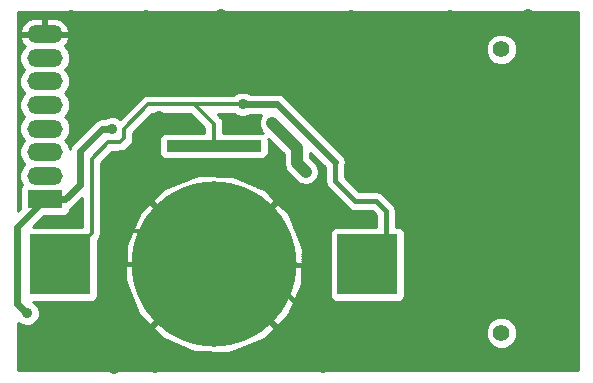
<source format=gbl>
G04 (created by PCBNEW-RS274X (2011-07-08 BZR 3044)-stable) date 27/07/2011 21:08:18*
G01*
G70*
G90*
%MOIN*%
G04 Gerber Fmt 3.4, Leading zero omitted, Abs format*
%FSLAX34Y34*%
G04 APERTURE LIST*
%ADD10C,0.006000*%
%ADD11O,0.118100X0.059100*%
%ADD12R,0.118100X0.059100*%
%ADD13C,0.055100*%
%ADD14R,0.200800X0.200800*%
%ADD15C,0.551200*%
%ADD16R,0.315000X0.039400*%
%ADD17C,0.035000*%
%ADD18C,0.039400*%
%ADD19C,0.021700*%
%ADD20C,0.017700*%
%ADD21C,0.013800*%
%ADD22C,0.010000*%
G04 APERTURE END LIST*
G54D10*
G54D11*
X25217Y-25562D03*
X25217Y-26349D03*
G54D12*
X25217Y-27137D03*
G54D11*
X25217Y-24775D03*
X25217Y-23987D03*
X25217Y-23200D03*
X25217Y-22413D03*
X25217Y-21626D03*
G54D13*
X40441Y-31583D03*
X40441Y-22134D03*
G54D14*
X35972Y-29295D03*
X25736Y-29295D03*
G54D15*
X30854Y-29295D03*
G54D16*
X30854Y-25358D03*
G54D17*
X33913Y-26220D03*
X32791Y-24591D03*
X24630Y-30929D03*
X27465Y-24783D03*
X28902Y-32748D03*
X24579Y-32685D03*
X24571Y-31575D03*
X25429Y-30925D03*
X26988Y-30874D03*
X26724Y-22780D03*
X26709Y-21969D03*
X35839Y-27854D03*
X34480Y-27634D03*
X33091Y-26984D03*
X34004Y-29319D03*
X27850Y-28185D03*
X25925Y-27839D03*
X27539Y-32776D03*
X27654Y-29394D03*
X29012Y-24370D03*
X31579Y-24630D03*
X27760Y-25646D03*
X36331Y-26264D03*
X36331Y-23555D03*
X30079Y-22110D03*
X27315Y-26776D03*
X35433Y-24728D03*
X35429Y-26146D03*
X26079Y-20996D03*
X34480Y-32764D03*
X38760Y-32685D03*
X42598Y-30004D03*
X42598Y-25772D03*
X42614Y-22665D03*
X41331Y-20957D03*
X38720Y-20984D03*
X35433Y-20988D03*
X31079Y-20972D03*
X28598Y-20984D03*
X31811Y-23965D03*
G54D18*
X33913Y-26220D02*
X33630Y-25937D01*
X33630Y-25430D02*
X32791Y-24591D01*
X33630Y-25937D02*
X33630Y-25430D01*
G54D19*
X24630Y-27724D02*
X24307Y-28047D01*
X25217Y-27137D02*
X24630Y-27724D01*
X24307Y-30606D02*
X24630Y-30929D01*
X24307Y-28047D02*
X24307Y-30606D01*
X25217Y-27137D02*
X25910Y-27137D01*
X27140Y-24783D02*
X27465Y-24783D01*
X26402Y-25521D02*
X27140Y-24783D01*
X26402Y-26645D02*
X26402Y-25521D01*
X25910Y-27137D02*
X26402Y-26645D01*
G54D20*
X34480Y-32764D02*
X28918Y-32764D01*
X28918Y-32764D02*
X28902Y-32748D01*
G54D21*
X24579Y-32685D02*
X24579Y-31583D01*
X24579Y-31583D02*
X24571Y-31575D01*
X25429Y-30925D02*
X26937Y-30925D01*
X26937Y-30925D02*
X26988Y-30874D01*
X26709Y-22765D02*
X26724Y-22780D01*
X26709Y-21969D02*
X26709Y-22765D01*
G54D19*
X35839Y-27854D02*
X35831Y-27862D01*
X35831Y-27874D02*
X35831Y-27862D01*
G54D20*
X34004Y-29319D02*
X34004Y-27897D01*
X34480Y-27634D02*
X34480Y-27626D01*
X34004Y-27897D02*
X33091Y-26984D01*
X30878Y-29319D02*
X30854Y-29295D01*
X34004Y-29319D02*
X30878Y-29319D01*
G54D21*
X30854Y-29295D02*
X29744Y-28185D01*
X29744Y-28185D02*
X27850Y-28185D01*
G54D20*
X27654Y-29394D02*
X27753Y-29295D01*
X27753Y-29295D02*
X30854Y-29295D01*
X27654Y-29394D02*
X27315Y-29055D01*
X27315Y-29055D02*
X27315Y-26776D01*
X27539Y-29509D02*
X27539Y-32776D01*
X27654Y-29394D02*
X27539Y-29509D01*
X34480Y-32764D02*
X34472Y-32756D01*
G54D21*
X29012Y-24370D02*
X29008Y-24370D01*
X31571Y-24626D02*
X31575Y-24626D01*
X31575Y-24626D02*
X31579Y-24630D01*
X27315Y-26776D02*
X27315Y-26091D01*
X27315Y-26091D02*
X27760Y-25646D01*
G54D20*
X36331Y-23555D02*
X36331Y-26264D01*
G54D21*
X28953Y-20984D02*
X28598Y-20984D01*
G54D19*
X35433Y-20988D02*
X35433Y-24728D01*
X35433Y-24728D02*
X35433Y-26142D01*
X35433Y-26142D02*
X35429Y-26146D01*
G54D20*
X26079Y-20996D02*
X28586Y-20996D01*
X28586Y-20996D02*
X28598Y-20984D01*
X30449Y-28906D02*
X31898Y-28906D01*
X34480Y-32764D02*
X34480Y-31488D01*
X31898Y-28906D02*
X34480Y-31488D01*
X38760Y-32220D02*
X38760Y-32685D01*
X40031Y-30949D02*
X38760Y-32220D01*
X42197Y-30949D02*
X40031Y-30949D01*
X42598Y-30548D02*
X42197Y-30949D01*
X42598Y-30004D02*
X42598Y-30548D01*
X42598Y-22681D02*
X42598Y-25772D01*
X42614Y-22665D02*
X42598Y-22681D01*
X41304Y-20984D02*
X41331Y-20957D01*
X38720Y-20984D02*
X41304Y-20984D01*
X35417Y-20972D02*
X35433Y-20988D01*
X31079Y-20972D02*
X35417Y-20972D01*
G54D21*
X30079Y-22110D02*
X28953Y-20984D01*
X30209Y-23965D02*
X30854Y-24610D01*
X30854Y-24610D02*
X30854Y-25358D01*
G54D20*
X34894Y-25898D02*
X34894Y-26528D01*
G54D19*
X31811Y-23965D02*
X32961Y-23965D01*
X34894Y-25898D02*
X32961Y-23965D01*
G54D20*
X36591Y-28676D02*
X35972Y-29295D01*
X36591Y-27524D02*
X36591Y-28676D01*
X36264Y-27197D02*
X36591Y-27524D01*
X35563Y-27197D02*
X36264Y-27197D01*
X34894Y-26528D02*
X35563Y-27197D01*
G54D21*
X26780Y-26303D02*
X26780Y-28251D01*
X28669Y-23965D02*
X27858Y-24776D01*
X27858Y-24776D02*
X27858Y-25098D01*
X27858Y-25098D02*
X27733Y-25223D01*
X27733Y-25223D02*
X27332Y-25223D01*
X27332Y-25223D02*
X26780Y-25775D01*
X26780Y-25775D02*
X26780Y-26303D01*
X31811Y-23965D02*
X30496Y-23965D01*
X30496Y-23965D02*
X30209Y-23965D01*
X30209Y-23965D02*
X29118Y-23965D01*
X29118Y-23965D02*
X28669Y-23965D01*
X26780Y-28251D02*
X25736Y-29295D01*
G54D22*
X26461Y-27092D02*
X26461Y-27092D01*
X26381Y-27172D02*
X26461Y-27172D01*
X26301Y-27252D02*
X26461Y-27252D01*
X26221Y-27332D02*
X26461Y-27332D01*
X26130Y-27412D02*
X26461Y-27412D01*
X26052Y-27492D02*
X26461Y-27492D01*
X26019Y-27572D02*
X26461Y-27572D01*
X25927Y-27652D02*
X26461Y-27652D01*
X25128Y-27732D02*
X26461Y-27732D01*
X25048Y-27812D02*
X26461Y-27812D01*
X24968Y-27892D02*
X26461Y-27892D01*
X24888Y-27972D02*
X26461Y-27972D01*
X30979Y-24284D02*
X31529Y-24284D01*
X31059Y-24364D02*
X31664Y-24364D01*
X31959Y-24364D02*
X32414Y-24364D01*
X31119Y-24444D02*
X32373Y-24444D01*
X31156Y-24524D02*
X32357Y-24524D01*
X31171Y-24604D02*
X32347Y-24604D01*
X31173Y-24684D02*
X32363Y-24684D01*
X31173Y-24764D02*
X32380Y-24764D01*
X31173Y-24844D02*
X32433Y-24844D01*
X24341Y-20876D02*
X42982Y-20876D01*
X24341Y-20956D02*
X42982Y-20956D01*
X24341Y-21036D02*
X42982Y-21036D01*
X24341Y-21116D02*
X24735Y-21116D01*
X25167Y-21116D02*
X25267Y-21116D01*
X25698Y-21116D02*
X42982Y-21116D01*
X24341Y-21196D02*
X24586Y-21196D01*
X25167Y-21196D02*
X25267Y-21196D01*
X25847Y-21196D02*
X42982Y-21196D01*
X24341Y-21276D02*
X24503Y-21276D01*
X25167Y-21276D02*
X25267Y-21276D01*
X25930Y-21276D02*
X42982Y-21276D01*
X24341Y-21356D02*
X24449Y-21356D01*
X25167Y-21356D02*
X25267Y-21356D01*
X25984Y-21356D02*
X42982Y-21356D01*
X24341Y-21436D02*
X24416Y-21436D01*
X25167Y-21436D02*
X25267Y-21436D01*
X26017Y-21436D02*
X42982Y-21436D01*
X24341Y-21516D02*
X24408Y-21516D01*
X25167Y-21516D02*
X25267Y-21516D01*
X26027Y-21516D02*
X26040Y-21516D01*
X26040Y-21516D02*
X42982Y-21516D01*
X24341Y-21596D02*
X25167Y-21596D01*
X25167Y-21596D02*
X26040Y-21596D01*
X26040Y-21596D02*
X42982Y-21596D01*
X24341Y-21676D02*
X24442Y-21676D01*
X25992Y-21676D02*
X26040Y-21676D01*
X26040Y-21676D02*
X40175Y-21676D01*
X40707Y-21676D02*
X42982Y-21676D01*
X24341Y-21756D02*
X24396Y-21756D01*
X26037Y-21756D02*
X26040Y-21756D01*
X26040Y-21756D02*
X40076Y-21756D01*
X40805Y-21756D02*
X42982Y-21756D01*
X24341Y-21836D02*
X24425Y-21836D01*
X26010Y-21836D02*
X39996Y-21836D01*
X40885Y-21836D02*
X42982Y-21836D01*
X24341Y-21916D02*
X24458Y-21916D01*
X25977Y-21916D02*
X39962Y-21916D01*
X40918Y-21916D02*
X42982Y-21916D01*
X24341Y-21996D02*
X24525Y-21996D01*
X25910Y-21996D02*
X39929Y-21996D01*
X40951Y-21996D02*
X42982Y-21996D01*
X24341Y-22076D02*
X24486Y-22076D01*
X25948Y-22076D02*
X39916Y-22076D01*
X40966Y-22076D02*
X42982Y-22076D01*
X24341Y-22156D02*
X24433Y-22156D01*
X26000Y-22156D02*
X39916Y-22156D01*
X40966Y-22156D02*
X42982Y-22156D01*
X24341Y-22236D02*
X24400Y-22236D01*
X26033Y-22236D02*
X39916Y-22236D01*
X40966Y-22236D02*
X42982Y-22236D01*
X24341Y-22316D02*
X24371Y-22316D01*
X26063Y-22316D02*
X39949Y-22316D01*
X40935Y-22316D02*
X40966Y-22316D01*
X40966Y-22316D02*
X42982Y-22316D01*
X24341Y-22396D02*
X24371Y-22396D01*
X26063Y-22396D02*
X39982Y-22396D01*
X40901Y-22396D02*
X40966Y-22396D01*
X40966Y-22396D02*
X42982Y-22396D01*
X24341Y-22476D02*
X24371Y-22476D01*
X26063Y-22476D02*
X40041Y-22476D01*
X40842Y-22476D02*
X40966Y-22476D01*
X40966Y-22476D02*
X42982Y-22476D01*
X24341Y-22556D02*
X24387Y-22556D01*
X26048Y-22556D02*
X40121Y-22556D01*
X40762Y-22556D02*
X40966Y-22556D01*
X40966Y-22556D02*
X42982Y-22556D01*
X24341Y-22636D02*
X24420Y-22636D01*
X26015Y-22636D02*
X40281Y-22636D01*
X40601Y-22636D02*
X40966Y-22636D01*
X40966Y-22636D02*
X42982Y-22636D01*
X24341Y-22716D02*
X24452Y-22716D01*
X25981Y-22716D02*
X40966Y-22716D01*
X40966Y-22716D02*
X42982Y-22716D01*
X24341Y-22796D02*
X24533Y-22796D01*
X25901Y-22796D02*
X40966Y-22796D01*
X40966Y-22796D02*
X42982Y-22796D01*
X24341Y-22876D02*
X24473Y-22876D01*
X25960Y-22876D02*
X40966Y-22876D01*
X40966Y-22876D02*
X42982Y-22876D01*
X24341Y-22956D02*
X24428Y-22956D01*
X26006Y-22956D02*
X40966Y-22956D01*
X40966Y-22956D02*
X42982Y-22956D01*
X24341Y-23036D02*
X24394Y-23036D01*
X26039Y-23036D02*
X40966Y-23036D01*
X40966Y-23036D02*
X42982Y-23036D01*
X24341Y-23116D02*
X24371Y-23116D01*
X26063Y-23116D02*
X40966Y-23116D01*
X40966Y-23116D02*
X42982Y-23116D01*
X24341Y-23196D02*
X24371Y-23196D01*
X26063Y-23196D02*
X40966Y-23196D01*
X40966Y-23196D02*
X42982Y-23196D01*
X24341Y-23276D02*
X24371Y-23276D01*
X26063Y-23276D02*
X40966Y-23276D01*
X40966Y-23276D02*
X42982Y-23276D01*
X24341Y-23356D02*
X24392Y-23356D01*
X26043Y-23356D02*
X40966Y-23356D01*
X40966Y-23356D02*
X42982Y-23356D01*
X24341Y-23436D02*
X24425Y-23436D01*
X26010Y-23436D02*
X40966Y-23436D01*
X40966Y-23436D02*
X42982Y-23436D01*
X24341Y-23516D02*
X24466Y-23516D01*
X25968Y-23516D02*
X40966Y-23516D01*
X40966Y-23516D02*
X42982Y-23516D01*
X24341Y-23596D02*
X24540Y-23596D01*
X25893Y-23596D02*
X31590Y-23596D01*
X32030Y-23596D02*
X40966Y-23596D01*
X40966Y-23596D02*
X42982Y-23596D01*
X24341Y-23676D02*
X24460Y-23676D01*
X25973Y-23676D02*
X28537Y-23676D01*
X33160Y-23676D02*
X40966Y-23676D01*
X40966Y-23676D02*
X42982Y-23676D01*
X24341Y-23756D02*
X24422Y-23756D01*
X26011Y-23756D02*
X28425Y-23756D01*
X33258Y-23756D02*
X40966Y-23756D01*
X40966Y-23756D02*
X42982Y-23756D01*
X24341Y-23836D02*
X24389Y-23836D01*
X26044Y-23836D02*
X28345Y-23836D01*
X33338Y-23836D02*
X40966Y-23836D01*
X40966Y-23836D02*
X42982Y-23836D01*
X24341Y-23916D02*
X24371Y-23916D01*
X26063Y-23916D02*
X28265Y-23916D01*
X33418Y-23916D02*
X40966Y-23916D01*
X40966Y-23916D02*
X42982Y-23916D01*
X24341Y-23996D02*
X24371Y-23996D01*
X26063Y-23996D02*
X28185Y-23996D01*
X33498Y-23996D02*
X40966Y-23996D01*
X40966Y-23996D02*
X42982Y-23996D01*
X24341Y-24076D02*
X24371Y-24076D01*
X26063Y-24076D02*
X28105Y-24076D01*
X33578Y-24076D02*
X40966Y-24076D01*
X40966Y-24076D02*
X42982Y-24076D01*
X24341Y-24156D02*
X24397Y-24156D01*
X26038Y-24156D02*
X28025Y-24156D01*
X33658Y-24156D02*
X40966Y-24156D01*
X40966Y-24156D02*
X42982Y-24156D01*
X24341Y-24236D02*
X24430Y-24236D01*
X26004Y-24236D02*
X27945Y-24236D01*
X33738Y-24236D02*
X40966Y-24236D01*
X40966Y-24236D02*
X42982Y-24236D01*
X24341Y-24316D02*
X24479Y-24316D01*
X25955Y-24316D02*
X27865Y-24316D01*
X28769Y-24316D02*
X30109Y-24316D01*
X33818Y-24316D02*
X40966Y-24316D01*
X40966Y-24316D02*
X42982Y-24316D01*
X24341Y-24396D02*
X24527Y-24396D01*
X25905Y-24396D02*
X27288Y-24396D01*
X27641Y-24396D02*
X27785Y-24396D01*
X28689Y-24396D02*
X30189Y-24396D01*
X33898Y-24396D02*
X40966Y-24396D01*
X40966Y-24396D02*
X42982Y-24396D01*
X24341Y-24476D02*
X24451Y-24476D01*
X25983Y-24476D02*
X26967Y-24476D01*
X28609Y-24476D02*
X30269Y-24476D01*
X33978Y-24476D02*
X40966Y-24476D01*
X40966Y-24476D02*
X42982Y-24476D01*
X24341Y-24556D02*
X24417Y-24556D01*
X26016Y-24556D02*
X26860Y-24556D01*
X28529Y-24556D02*
X30349Y-24556D01*
X34058Y-24556D02*
X40966Y-24556D01*
X40966Y-24556D02*
X42982Y-24556D01*
X24341Y-24636D02*
X24384Y-24636D01*
X26049Y-24636D02*
X26780Y-24636D01*
X28449Y-24636D02*
X30429Y-24636D01*
X34138Y-24636D02*
X40966Y-24636D01*
X40966Y-24636D02*
X42982Y-24636D01*
X24341Y-24716D02*
X24371Y-24716D01*
X26063Y-24716D02*
X26700Y-24716D01*
X28369Y-24716D02*
X30509Y-24716D01*
X34218Y-24716D02*
X40966Y-24716D01*
X40966Y-24716D02*
X42982Y-24716D01*
X24341Y-24796D02*
X24371Y-24796D01*
X26063Y-24796D02*
X26620Y-24796D01*
X28289Y-24796D02*
X30535Y-24796D01*
X34298Y-24796D02*
X40966Y-24796D01*
X40966Y-24796D02*
X42982Y-24796D01*
X24341Y-24876D02*
X24371Y-24876D01*
X26063Y-24876D02*
X26540Y-24876D01*
X28209Y-24876D02*
X30535Y-24876D01*
X34378Y-24876D02*
X40966Y-24876D01*
X40966Y-24876D02*
X42982Y-24876D01*
X24341Y-24956D02*
X24402Y-24956D01*
X26033Y-24956D02*
X26460Y-24956D01*
X28177Y-24956D02*
X29132Y-24956D01*
X34458Y-24956D02*
X40966Y-24956D01*
X40966Y-24956D02*
X42982Y-24956D01*
X24341Y-25036D02*
X24435Y-25036D01*
X25999Y-25036D02*
X26380Y-25036D01*
X28177Y-25036D02*
X29061Y-25036D01*
X34538Y-25036D02*
X40966Y-25036D01*
X40966Y-25036D02*
X42982Y-25036D01*
X24341Y-25116D02*
X24491Y-25116D01*
X25943Y-25116D02*
X26300Y-25116D01*
X28174Y-25116D02*
X29030Y-25116D01*
X32678Y-25116D02*
X32684Y-25116D01*
X34618Y-25116D02*
X40966Y-25116D01*
X40966Y-25116D02*
X42982Y-25116D01*
X24341Y-25196D02*
X24515Y-25196D01*
X25918Y-25196D02*
X26220Y-25196D01*
X28158Y-25196D02*
X29030Y-25196D01*
X32678Y-25196D02*
X32764Y-25196D01*
X34698Y-25196D02*
X40966Y-25196D01*
X40966Y-25196D02*
X42982Y-25196D01*
X24341Y-25276D02*
X24445Y-25276D01*
X25988Y-25276D02*
X26143Y-25276D01*
X28116Y-25276D02*
X29030Y-25276D01*
X32678Y-25276D02*
X32844Y-25276D01*
X34778Y-25276D02*
X40966Y-25276D01*
X40966Y-25276D02*
X42982Y-25276D01*
X24341Y-25356D02*
X24412Y-25356D01*
X26021Y-25356D02*
X26089Y-25356D01*
X28051Y-25356D02*
X29030Y-25356D01*
X32678Y-25356D02*
X32924Y-25356D01*
X34858Y-25356D02*
X40966Y-25356D01*
X40966Y-25356D02*
X42982Y-25356D01*
X24341Y-25436D02*
X24378Y-25436D01*
X26054Y-25436D02*
X26059Y-25436D01*
X27972Y-25436D02*
X29030Y-25436D01*
X32678Y-25436D02*
X33004Y-25436D01*
X34938Y-25436D02*
X40966Y-25436D01*
X40966Y-25436D02*
X42982Y-25436D01*
X24341Y-25516D02*
X24371Y-25516D01*
X27859Y-25516D02*
X29030Y-25516D01*
X32678Y-25516D02*
X33084Y-25516D01*
X35018Y-25516D02*
X40966Y-25516D01*
X40966Y-25516D02*
X42982Y-25516D01*
X24341Y-25596D02*
X24371Y-25596D01*
X27410Y-25596D02*
X29030Y-25596D01*
X32678Y-25596D02*
X33164Y-25596D01*
X34077Y-25596D02*
X34086Y-25596D01*
X35098Y-25596D02*
X40966Y-25596D01*
X40966Y-25596D02*
X42982Y-25596D01*
X24341Y-25676D02*
X24375Y-25676D01*
X27330Y-25676D02*
X29060Y-25676D01*
X32649Y-25676D02*
X33183Y-25676D01*
X34077Y-25676D02*
X34166Y-25676D01*
X35168Y-25676D02*
X40966Y-25676D01*
X40966Y-25676D02*
X42982Y-25676D01*
X24341Y-25756D02*
X24408Y-25756D01*
X27250Y-25756D02*
X29128Y-25756D01*
X32580Y-25756D02*
X33183Y-25756D01*
X34081Y-25756D02*
X34246Y-25756D01*
X35221Y-25756D02*
X40966Y-25756D01*
X40966Y-25756D02*
X42982Y-25756D01*
X24341Y-25836D02*
X24441Y-25836D01*
X27170Y-25836D02*
X33183Y-25836D01*
X34161Y-25836D02*
X34326Y-25836D01*
X35238Y-25836D02*
X40966Y-25836D01*
X40966Y-25836D02*
X42982Y-25836D01*
X24341Y-25916D02*
X24504Y-25916D01*
X27099Y-25916D02*
X33183Y-25916D01*
X34237Y-25916D02*
X34406Y-25916D01*
X35248Y-25916D02*
X40966Y-25916D01*
X40966Y-25916D02*
X42982Y-25916D01*
X24341Y-25996D02*
X24502Y-25996D01*
X27099Y-25996D02*
X33195Y-25996D01*
X34290Y-25996D02*
X34486Y-25996D01*
X35232Y-25996D02*
X40966Y-25996D01*
X40966Y-25996D02*
X42982Y-25996D01*
X24341Y-26076D02*
X24440Y-26076D01*
X27099Y-26076D02*
X33211Y-26076D01*
X34331Y-26076D02*
X34556Y-26076D01*
X35232Y-26076D02*
X40966Y-26076D01*
X40966Y-26076D02*
X42982Y-26076D01*
X24341Y-26156D02*
X24406Y-26156D01*
X27099Y-26156D02*
X33250Y-26156D01*
X34347Y-26156D02*
X34556Y-26156D01*
X35232Y-26156D02*
X40966Y-26156D01*
X40966Y-26156D02*
X42982Y-26156D01*
X24341Y-26236D02*
X24373Y-26236D01*
X27099Y-26236D02*
X33303Y-26236D01*
X34357Y-26236D02*
X34556Y-26236D01*
X35232Y-26236D02*
X40966Y-26236D01*
X40966Y-26236D02*
X42982Y-26236D01*
X24341Y-26316D02*
X24371Y-26316D01*
X27099Y-26316D02*
X33377Y-26316D01*
X34341Y-26316D02*
X34556Y-26316D01*
X35232Y-26316D02*
X40966Y-26316D01*
X40966Y-26316D02*
X42982Y-26316D01*
X24341Y-26396D02*
X24371Y-26396D01*
X27099Y-26396D02*
X30177Y-26396D01*
X31584Y-26396D02*
X33457Y-26396D01*
X34323Y-26396D02*
X34556Y-26396D01*
X35240Y-26396D02*
X40966Y-26396D01*
X40966Y-26396D02*
X42982Y-26396D01*
X24341Y-26476D02*
X24380Y-26476D01*
X27099Y-26476D02*
X29971Y-26476D01*
X31765Y-26476D02*
X33537Y-26476D01*
X34270Y-26476D02*
X34556Y-26476D01*
X35320Y-26476D02*
X40966Y-26476D01*
X40966Y-26476D02*
X42982Y-26476D01*
X24341Y-26556D02*
X24413Y-26556D01*
X27099Y-26556D02*
X29765Y-26556D01*
X31947Y-26556D02*
X33627Y-26556D01*
X34200Y-26556D02*
X34562Y-26556D01*
X35400Y-26556D02*
X40966Y-26556D01*
X40966Y-26556D02*
X42982Y-26556D01*
X24341Y-26636D02*
X24446Y-26636D01*
X27099Y-26636D02*
X29559Y-26636D01*
X32128Y-26636D02*
X33758Y-26636D01*
X34069Y-26636D02*
X34578Y-26636D01*
X35480Y-26636D02*
X40966Y-26636D01*
X40966Y-26636D02*
X42982Y-26636D01*
X24341Y-26716D02*
X24409Y-26716D01*
X27099Y-26716D02*
X29352Y-26716D01*
X32310Y-26716D02*
X34622Y-26716D01*
X35560Y-26716D02*
X40966Y-26716D01*
X40966Y-26716D02*
X42982Y-26716D01*
X24341Y-26796D02*
X24378Y-26796D01*
X27099Y-26796D02*
X29186Y-26796D01*
X32491Y-26796D02*
X34684Y-26796D01*
X35640Y-26796D02*
X40966Y-26796D01*
X40966Y-26796D02*
X42982Y-26796D01*
X24341Y-26876D02*
X24378Y-26876D01*
X27099Y-26876D02*
X29089Y-26876D01*
X32618Y-26876D02*
X34764Y-26876D01*
X36348Y-26876D02*
X40966Y-26876D01*
X40966Y-26876D02*
X42982Y-26876D01*
X24341Y-26956D02*
X24378Y-26956D01*
X27099Y-26956D02*
X29015Y-26956D01*
X32692Y-26956D02*
X34844Y-26956D01*
X36499Y-26956D02*
X40966Y-26956D01*
X40966Y-26956D02*
X42982Y-26956D01*
X24341Y-27036D02*
X24378Y-27036D01*
X27099Y-27036D02*
X28941Y-27036D01*
X32766Y-27036D02*
X34924Y-27036D01*
X36581Y-27036D02*
X40966Y-27036D01*
X40966Y-27036D02*
X42982Y-27036D01*
X24341Y-27116D02*
X24378Y-27116D01*
X27099Y-27116D02*
X28866Y-27116D01*
X32841Y-27116D02*
X35004Y-27116D01*
X36661Y-27116D02*
X40966Y-27116D01*
X40966Y-27116D02*
X42982Y-27116D01*
X24341Y-27196D02*
X24378Y-27196D01*
X27099Y-27196D02*
X28826Y-27196D01*
X32883Y-27196D02*
X32900Y-27196D01*
X32900Y-27196D02*
X35084Y-27196D01*
X36741Y-27196D02*
X40966Y-27196D01*
X40966Y-27196D02*
X42982Y-27196D01*
X24341Y-27276D02*
X24378Y-27276D01*
X27099Y-27276D02*
X28708Y-27276D01*
X28764Y-27276D02*
X28906Y-27276D01*
X32803Y-27276D02*
X32900Y-27276D01*
X32900Y-27276D02*
X32943Y-27276D01*
X32999Y-27276D02*
X35164Y-27276D01*
X36821Y-27276D02*
X40966Y-27276D01*
X40966Y-27276D02*
X42982Y-27276D01*
X24341Y-27356D02*
X24378Y-27356D01*
X27099Y-27356D02*
X28622Y-27356D01*
X28844Y-27356D02*
X28986Y-27356D01*
X32723Y-27356D02*
X32863Y-27356D01*
X33085Y-27356D02*
X35244Y-27356D01*
X36877Y-27356D02*
X40966Y-27356D01*
X40966Y-27356D02*
X42982Y-27356D01*
X24341Y-27436D02*
X24378Y-27436D01*
X27099Y-27436D02*
X28536Y-27436D01*
X28924Y-27436D02*
X29066Y-27436D01*
X32643Y-27436D02*
X32783Y-27436D01*
X33171Y-27436D02*
X35324Y-27436D01*
X36911Y-27436D02*
X40966Y-27436D01*
X40966Y-27436D02*
X42982Y-27436D01*
X27099Y-27516D02*
X28450Y-27516D01*
X29004Y-27516D02*
X29146Y-27516D01*
X32563Y-27516D02*
X32703Y-27516D01*
X33257Y-27516D02*
X35469Y-27516D01*
X36927Y-27516D02*
X40966Y-27516D01*
X40966Y-27516D02*
X42982Y-27516D01*
X27099Y-27596D02*
X28382Y-27596D01*
X29084Y-27596D02*
X29226Y-27596D01*
X32483Y-27596D02*
X32623Y-27596D01*
X33332Y-27596D02*
X36185Y-27596D01*
X36929Y-27596D02*
X40966Y-27596D01*
X40966Y-27596D02*
X42982Y-27596D01*
X27099Y-27676D02*
X28346Y-27676D01*
X29164Y-27676D02*
X29306Y-27676D01*
X32403Y-27676D02*
X32543Y-27676D01*
X33385Y-27676D02*
X36253Y-27676D01*
X36929Y-27676D02*
X40966Y-27676D01*
X40966Y-27676D02*
X42982Y-27676D01*
X27099Y-27756D02*
X28311Y-27756D01*
X29244Y-27756D02*
X29386Y-27756D01*
X32323Y-27756D02*
X32463Y-27756D01*
X33418Y-27756D02*
X36253Y-27756D01*
X36929Y-27756D02*
X40966Y-27756D01*
X40966Y-27756D02*
X42982Y-27756D01*
X27099Y-27836D02*
X28276Y-27836D01*
X29324Y-27836D02*
X29466Y-27836D01*
X32243Y-27836D02*
X32383Y-27836D01*
X33449Y-27836D02*
X36253Y-27836D01*
X36929Y-27836D02*
X40966Y-27836D01*
X40966Y-27836D02*
X42982Y-27836D01*
X27099Y-27916D02*
X28241Y-27916D01*
X29404Y-27916D02*
X29546Y-27916D01*
X32163Y-27916D02*
X32303Y-27916D01*
X33480Y-27916D02*
X36253Y-27916D01*
X36929Y-27916D02*
X40966Y-27916D01*
X40966Y-27916D02*
X42982Y-27916D01*
X27099Y-27996D02*
X28205Y-27996D01*
X29484Y-27996D02*
X29626Y-27996D01*
X32083Y-27996D02*
X32223Y-27996D01*
X33511Y-27996D02*
X36253Y-27996D01*
X36929Y-27996D02*
X40966Y-27996D01*
X40966Y-27996D02*
X42982Y-27996D01*
X27099Y-28076D02*
X28170Y-28076D01*
X29564Y-28076D02*
X29706Y-28076D01*
X32003Y-28076D02*
X32143Y-28076D01*
X33542Y-28076D02*
X34836Y-28076D01*
X37107Y-28076D02*
X40966Y-28076D01*
X40966Y-28076D02*
X42982Y-28076D01*
X27099Y-28156D02*
X28135Y-28156D01*
X29644Y-28156D02*
X29786Y-28156D01*
X31923Y-28156D02*
X32063Y-28156D01*
X33573Y-28156D02*
X34754Y-28156D01*
X37189Y-28156D02*
X40966Y-28156D01*
X40966Y-28156D02*
X42982Y-28156D01*
X27099Y-28236D02*
X28099Y-28236D01*
X29724Y-28236D02*
X29866Y-28236D01*
X31843Y-28236D02*
X31983Y-28236D01*
X33604Y-28236D02*
X34721Y-28236D01*
X37222Y-28236D02*
X40966Y-28236D01*
X40966Y-28236D02*
X42982Y-28236D01*
X27087Y-28316D02*
X28064Y-28316D01*
X29804Y-28316D02*
X29946Y-28316D01*
X31763Y-28316D02*
X31903Y-28316D01*
X33635Y-28316D02*
X34719Y-28316D01*
X37225Y-28316D02*
X40966Y-28316D01*
X40966Y-28316D02*
X42982Y-28316D01*
X27060Y-28396D02*
X28029Y-28396D01*
X29884Y-28396D02*
X30026Y-28396D01*
X31683Y-28396D02*
X31823Y-28396D01*
X33666Y-28396D02*
X34719Y-28396D01*
X37225Y-28396D02*
X40966Y-28396D01*
X40966Y-28396D02*
X42982Y-28396D01*
X27007Y-28476D02*
X27994Y-28476D01*
X29964Y-28476D02*
X30106Y-28476D01*
X31603Y-28476D02*
X31743Y-28476D01*
X33697Y-28476D02*
X34719Y-28476D01*
X37225Y-28476D02*
X40966Y-28476D01*
X40966Y-28476D02*
X42982Y-28476D01*
X26989Y-28556D02*
X27958Y-28556D01*
X30044Y-28556D02*
X30186Y-28556D01*
X31523Y-28556D02*
X31663Y-28556D01*
X33728Y-28556D02*
X34719Y-28556D01*
X37225Y-28556D02*
X40966Y-28556D01*
X40966Y-28556D02*
X42982Y-28556D01*
X26989Y-28636D02*
X27923Y-28636D01*
X30124Y-28636D02*
X30266Y-28636D01*
X31443Y-28636D02*
X31583Y-28636D01*
X33759Y-28636D02*
X34719Y-28636D01*
X37225Y-28636D02*
X40966Y-28636D01*
X40966Y-28636D02*
X42982Y-28636D01*
X26989Y-28716D02*
X27919Y-28716D01*
X30204Y-28716D02*
X30346Y-28716D01*
X31363Y-28716D02*
X31503Y-28716D01*
X33790Y-28716D02*
X34719Y-28716D01*
X37225Y-28716D02*
X40966Y-28716D01*
X40966Y-28716D02*
X42982Y-28716D01*
X26989Y-28796D02*
X27917Y-28796D01*
X30284Y-28796D02*
X30426Y-28796D01*
X31283Y-28796D02*
X31423Y-28796D01*
X33814Y-28796D02*
X33814Y-28796D01*
X33814Y-28796D02*
X34719Y-28796D01*
X37225Y-28796D02*
X40966Y-28796D01*
X40966Y-28796D02*
X42982Y-28796D01*
X26989Y-28876D02*
X27915Y-28876D01*
X30364Y-28876D02*
X30506Y-28876D01*
X31203Y-28876D02*
X31343Y-28876D01*
X33812Y-28876D02*
X33814Y-28876D01*
X33814Y-28876D02*
X34719Y-28876D01*
X37225Y-28876D02*
X40966Y-28876D01*
X40966Y-28876D02*
X42982Y-28876D01*
X26989Y-28956D02*
X27913Y-28956D01*
X30444Y-28956D02*
X30586Y-28956D01*
X31123Y-28956D02*
X31263Y-28956D01*
X33810Y-28956D02*
X33814Y-28956D01*
X33814Y-28956D02*
X34719Y-28956D01*
X37225Y-28956D02*
X40966Y-28956D01*
X40966Y-28956D02*
X42982Y-28956D01*
X26989Y-29036D02*
X27911Y-29036D01*
X30524Y-29036D02*
X30666Y-29036D01*
X31043Y-29036D02*
X31183Y-29036D01*
X33809Y-29036D02*
X33814Y-29036D01*
X33814Y-29036D02*
X34719Y-29036D01*
X37225Y-29036D02*
X40966Y-29036D01*
X40966Y-29036D02*
X42982Y-29036D01*
X26989Y-29116D02*
X27910Y-29116D01*
X30604Y-29116D02*
X30746Y-29116D01*
X30963Y-29116D02*
X31103Y-29116D01*
X33807Y-29116D02*
X33814Y-29116D01*
X33814Y-29116D02*
X34719Y-29116D01*
X37225Y-29116D02*
X40966Y-29116D01*
X40966Y-29116D02*
X42982Y-29116D01*
X26989Y-29196D02*
X27908Y-29196D01*
X30684Y-29196D02*
X30826Y-29196D01*
X30883Y-29196D02*
X31023Y-29196D01*
X33805Y-29196D02*
X33814Y-29196D01*
X33814Y-29196D02*
X34719Y-29196D01*
X37225Y-29196D02*
X40966Y-29196D01*
X40966Y-29196D02*
X42982Y-29196D01*
X26989Y-29276D02*
X27906Y-29276D01*
X30764Y-29276D02*
X30943Y-29276D01*
X33803Y-29276D02*
X33814Y-29276D01*
X33814Y-29276D02*
X34719Y-29276D01*
X37225Y-29276D02*
X40966Y-29276D01*
X40966Y-29276D02*
X42982Y-29276D01*
X26989Y-29356D02*
X27904Y-29356D01*
X30723Y-29356D02*
X30783Y-29356D01*
X30783Y-29356D02*
X30986Y-29356D01*
X33801Y-29356D02*
X33814Y-29356D01*
X33814Y-29356D02*
X34719Y-29356D01*
X37225Y-29356D02*
X40966Y-29356D01*
X40966Y-29356D02*
X42982Y-29356D01*
X26989Y-29436D02*
X27902Y-29436D01*
X30643Y-29436D02*
X30783Y-29436D01*
X30924Y-29436D02*
X31066Y-29436D01*
X33799Y-29436D02*
X33814Y-29436D01*
X33814Y-29436D02*
X34719Y-29436D01*
X37225Y-29436D02*
X40966Y-29436D01*
X40966Y-29436D02*
X42982Y-29436D01*
X26989Y-29516D02*
X27900Y-29516D01*
X30563Y-29516D02*
X30703Y-29516D01*
X31004Y-29516D02*
X31146Y-29516D01*
X33797Y-29516D02*
X33814Y-29516D01*
X33814Y-29516D02*
X34719Y-29516D01*
X37225Y-29516D02*
X40966Y-29516D01*
X40966Y-29516D02*
X42982Y-29516D01*
X26989Y-29596D02*
X27899Y-29596D01*
X30483Y-29596D02*
X30623Y-29596D01*
X31084Y-29596D02*
X31226Y-29596D01*
X33796Y-29596D02*
X33814Y-29596D01*
X33814Y-29596D02*
X34719Y-29596D01*
X37225Y-29596D02*
X40966Y-29596D01*
X40966Y-29596D02*
X42982Y-29596D01*
X26989Y-29676D02*
X27897Y-29676D01*
X30403Y-29676D02*
X30543Y-29676D01*
X31164Y-29676D02*
X31306Y-29676D01*
X33794Y-29676D02*
X33814Y-29676D01*
X33814Y-29676D02*
X34719Y-29676D01*
X37225Y-29676D02*
X40966Y-29676D01*
X40966Y-29676D02*
X42982Y-29676D01*
X26989Y-29756D02*
X27895Y-29756D01*
X30323Y-29756D02*
X30463Y-29756D01*
X31244Y-29756D02*
X31386Y-29756D01*
X33792Y-29756D02*
X33814Y-29756D01*
X33814Y-29756D02*
X34719Y-29756D01*
X37225Y-29756D02*
X40966Y-29756D01*
X40966Y-29756D02*
X42982Y-29756D01*
X26989Y-29836D02*
X27903Y-29836D01*
X30243Y-29836D02*
X30383Y-29836D01*
X31324Y-29836D02*
X31466Y-29836D01*
X33790Y-29836D02*
X33814Y-29836D01*
X33814Y-29836D02*
X34719Y-29836D01*
X37225Y-29836D02*
X40966Y-29836D01*
X40966Y-29836D02*
X42982Y-29836D01*
X26989Y-29916D02*
X27934Y-29916D01*
X30163Y-29916D02*
X30303Y-29916D01*
X31404Y-29916D02*
X31546Y-29916D01*
X33788Y-29916D02*
X33814Y-29916D01*
X33814Y-29916D02*
X34719Y-29916D01*
X37225Y-29916D02*
X40966Y-29916D01*
X40966Y-29916D02*
X42982Y-29916D01*
X26989Y-29996D02*
X27965Y-29996D01*
X30083Y-29996D02*
X30223Y-29996D01*
X31484Y-29996D02*
X31626Y-29996D01*
X33766Y-29996D02*
X33814Y-29996D01*
X33814Y-29996D02*
X34719Y-29996D01*
X37225Y-29996D02*
X40966Y-29996D01*
X40966Y-29996D02*
X42982Y-29996D01*
X26989Y-30076D02*
X27996Y-30076D01*
X30003Y-30076D02*
X30143Y-30076D01*
X31564Y-30076D02*
X31706Y-30076D01*
X33731Y-30076D02*
X33814Y-30076D01*
X33814Y-30076D02*
X34719Y-30076D01*
X37225Y-30076D02*
X40966Y-30076D01*
X40966Y-30076D02*
X42982Y-30076D01*
X26989Y-30156D02*
X28027Y-30156D01*
X29923Y-30156D02*
X30063Y-30156D01*
X31644Y-30156D02*
X31786Y-30156D01*
X33696Y-30156D02*
X33814Y-30156D01*
X33814Y-30156D02*
X34719Y-30156D01*
X37225Y-30156D02*
X40966Y-30156D01*
X40966Y-30156D02*
X42982Y-30156D01*
X26989Y-30236D02*
X28058Y-30236D01*
X29843Y-30236D02*
X29983Y-30236D01*
X31724Y-30236D02*
X31866Y-30236D01*
X33661Y-30236D02*
X33814Y-30236D01*
X33814Y-30236D02*
X34719Y-30236D01*
X37225Y-30236D02*
X40966Y-30236D01*
X40966Y-30236D02*
X42982Y-30236D01*
X26989Y-30316D02*
X28089Y-30316D01*
X29763Y-30316D02*
X29903Y-30316D01*
X31804Y-30316D02*
X31946Y-30316D01*
X33625Y-30316D02*
X33814Y-30316D01*
X33814Y-30316D02*
X34719Y-30316D01*
X37225Y-30316D02*
X40966Y-30316D01*
X40966Y-30316D02*
X42982Y-30316D01*
X26970Y-30396D02*
X28120Y-30396D01*
X29683Y-30396D02*
X29823Y-30396D01*
X31884Y-30396D02*
X32026Y-30396D01*
X33590Y-30396D02*
X33814Y-30396D01*
X33814Y-30396D02*
X34739Y-30396D01*
X37206Y-30396D02*
X40966Y-30396D01*
X40966Y-30396D02*
X42982Y-30396D01*
X26915Y-30476D02*
X28151Y-30476D01*
X29603Y-30476D02*
X29743Y-30476D01*
X31964Y-30476D02*
X32106Y-30476D01*
X33555Y-30476D02*
X33814Y-30476D01*
X33814Y-30476D02*
X34793Y-30476D01*
X37151Y-30476D02*
X40966Y-30476D01*
X40966Y-30476D02*
X42982Y-30476D01*
X24839Y-30556D02*
X28182Y-30556D01*
X29523Y-30556D02*
X29663Y-30556D01*
X32044Y-30556D02*
X32186Y-30556D01*
X33519Y-30556D02*
X33814Y-30556D01*
X33814Y-30556D02*
X40966Y-30556D01*
X40966Y-30556D02*
X42982Y-30556D01*
X24938Y-30636D02*
X28213Y-30636D01*
X29443Y-30636D02*
X29583Y-30636D01*
X32124Y-30636D02*
X32266Y-30636D01*
X33484Y-30636D02*
X33814Y-30636D01*
X33814Y-30636D02*
X40966Y-30636D01*
X40966Y-30636D02*
X42982Y-30636D01*
X25002Y-30716D02*
X28244Y-30716D01*
X29363Y-30716D02*
X29503Y-30716D01*
X32204Y-30716D02*
X32346Y-30716D01*
X33449Y-30716D02*
X33814Y-30716D01*
X33814Y-30716D02*
X40966Y-30716D01*
X40966Y-30716D02*
X42982Y-30716D01*
X25034Y-30796D02*
X28275Y-30796D01*
X29283Y-30796D02*
X29423Y-30796D01*
X32284Y-30796D02*
X32426Y-30796D01*
X33414Y-30796D02*
X33814Y-30796D01*
X33814Y-30796D02*
X40966Y-30796D01*
X40966Y-30796D02*
X42982Y-30796D01*
X25055Y-30876D02*
X28306Y-30876D01*
X29203Y-30876D02*
X29343Y-30876D01*
X32364Y-30876D02*
X32506Y-30876D01*
X33378Y-30876D02*
X33814Y-30876D01*
X33814Y-30876D02*
X40966Y-30876D01*
X40966Y-30876D02*
X42982Y-30876D01*
X25055Y-30956D02*
X28351Y-30956D01*
X29123Y-30956D02*
X29263Y-30956D01*
X32444Y-30956D02*
X32586Y-30956D01*
X33343Y-30956D02*
X33814Y-30956D01*
X33814Y-30956D02*
X40966Y-30956D01*
X40966Y-30956D02*
X42982Y-30956D01*
X25046Y-31036D02*
X28411Y-31036D01*
X29043Y-31036D02*
X29183Y-31036D01*
X32524Y-31036D02*
X32666Y-31036D01*
X33298Y-31036D02*
X33814Y-31036D01*
X33814Y-31036D02*
X40966Y-31036D01*
X40966Y-31036D02*
X42982Y-31036D01*
X25013Y-31116D02*
X28497Y-31116D01*
X28963Y-31116D02*
X29103Y-31116D01*
X32604Y-31116D02*
X32746Y-31116D01*
X33212Y-31116D02*
X33814Y-31116D01*
X33814Y-31116D02*
X40197Y-31116D01*
X40685Y-31116D02*
X40966Y-31116D01*
X40966Y-31116D02*
X42982Y-31116D01*
X24964Y-31196D02*
X28583Y-31196D01*
X28883Y-31196D02*
X29023Y-31196D01*
X32684Y-31196D02*
X32826Y-31196D01*
X33126Y-31196D02*
X33814Y-31196D01*
X33814Y-31196D02*
X40085Y-31196D01*
X40796Y-31196D02*
X40966Y-31196D01*
X40966Y-31196D02*
X42982Y-31196D01*
X24341Y-31276D02*
X24376Y-31276D01*
X24884Y-31276D02*
X28669Y-31276D01*
X28803Y-31276D02*
X28943Y-31276D01*
X32764Y-31276D02*
X32906Y-31276D01*
X33040Y-31276D02*
X33814Y-31276D01*
X33814Y-31276D02*
X40005Y-31276D01*
X40876Y-31276D02*
X40966Y-31276D01*
X40966Y-31276D02*
X42982Y-31276D01*
X24341Y-31356D02*
X28863Y-31356D01*
X32844Y-31356D02*
X33814Y-31356D01*
X33814Y-31356D02*
X39966Y-31356D01*
X40915Y-31356D02*
X40966Y-31356D01*
X40966Y-31356D02*
X42982Y-31356D01*
X24341Y-31436D02*
X28832Y-31436D01*
X32877Y-31436D02*
X32900Y-31436D01*
X32900Y-31436D02*
X33814Y-31436D01*
X33814Y-31436D02*
X39933Y-31436D01*
X40948Y-31436D02*
X40966Y-31436D01*
X40966Y-31436D02*
X42982Y-31436D01*
X24341Y-31516D02*
X28906Y-31516D01*
X32803Y-31516D02*
X32900Y-31516D01*
X32900Y-31516D02*
X33814Y-31516D01*
X33814Y-31516D02*
X39916Y-31516D01*
X40966Y-31516D02*
X42982Y-31516D01*
X24341Y-31596D02*
X28981Y-31596D01*
X32728Y-31596D02*
X32900Y-31596D01*
X32900Y-31596D02*
X33814Y-31596D01*
X33814Y-31596D02*
X39916Y-31596D01*
X40966Y-31596D02*
X42982Y-31596D01*
X24341Y-31676D02*
X29055Y-31676D01*
X32654Y-31676D02*
X32900Y-31676D01*
X32900Y-31676D02*
X33814Y-31676D01*
X33814Y-31676D02*
X39916Y-31676D01*
X40966Y-31676D02*
X42982Y-31676D01*
X24341Y-31756D02*
X29131Y-31756D01*
X32579Y-31756D02*
X32900Y-31756D01*
X32900Y-31756D02*
X33814Y-31756D01*
X33814Y-31756D02*
X39945Y-31756D01*
X40938Y-31756D02*
X40966Y-31756D01*
X40966Y-31756D02*
X42982Y-31756D01*
X24341Y-31836D02*
X29312Y-31836D01*
X32454Y-31836D02*
X32900Y-31836D01*
X32900Y-31836D02*
X33814Y-31836D01*
X33814Y-31836D02*
X39978Y-31836D01*
X40905Y-31836D02*
X40966Y-31836D01*
X40966Y-31836D02*
X42982Y-31836D01*
X24341Y-31916D02*
X29494Y-31916D01*
X32247Y-31916D02*
X32900Y-31916D01*
X32900Y-31916D02*
X33814Y-31916D01*
X33814Y-31916D02*
X40032Y-31916D01*
X40851Y-31916D02*
X40966Y-31916D01*
X40966Y-31916D02*
X42982Y-31916D01*
X24341Y-31996D02*
X29675Y-31996D01*
X32041Y-31996D02*
X32900Y-31996D01*
X32900Y-31996D02*
X33814Y-31996D01*
X33814Y-31996D02*
X40112Y-31996D01*
X40771Y-31996D02*
X40966Y-31996D01*
X40966Y-31996D02*
X42982Y-31996D01*
X24341Y-32076D02*
X29857Y-32076D01*
X31835Y-32076D02*
X32900Y-32076D01*
X32900Y-32076D02*
X33814Y-32076D01*
X33814Y-32076D02*
X40259Y-32076D01*
X40623Y-32076D02*
X40966Y-32076D01*
X40966Y-32076D02*
X42982Y-32076D01*
X24341Y-32156D02*
X30038Y-32156D01*
X31629Y-32156D02*
X32900Y-32156D01*
X32900Y-32156D02*
X33814Y-32156D01*
X33814Y-32156D02*
X40966Y-32156D01*
X40966Y-32156D02*
X42982Y-32156D01*
X24341Y-32236D02*
X30549Y-32236D01*
X31422Y-32236D02*
X32900Y-32236D01*
X32900Y-32236D02*
X33814Y-32236D01*
X33814Y-32236D02*
X40966Y-32236D01*
X40966Y-32236D02*
X42982Y-32236D01*
X24341Y-32316D02*
X32900Y-32316D01*
X32900Y-32316D02*
X33814Y-32316D01*
X33814Y-32316D02*
X40966Y-32316D01*
X40966Y-32316D02*
X42982Y-32316D01*
X24341Y-32396D02*
X32900Y-32396D01*
X32900Y-32396D02*
X33814Y-32396D01*
X33814Y-32396D02*
X40966Y-32396D01*
X40966Y-32396D02*
X42982Y-32396D01*
X24341Y-32476D02*
X32900Y-32476D01*
X32900Y-32476D02*
X33814Y-32476D01*
X33814Y-32476D02*
X40966Y-32476D01*
X40966Y-32476D02*
X42982Y-32476D01*
X24341Y-32556D02*
X32900Y-32556D01*
X32900Y-32556D02*
X33814Y-32556D01*
X33814Y-32556D02*
X40966Y-32556D01*
X40966Y-32556D02*
X42982Y-32556D01*
X24341Y-32636D02*
X32900Y-32636D01*
X32900Y-32636D02*
X33814Y-32636D01*
X33814Y-32636D02*
X40966Y-32636D01*
X40966Y-32636D02*
X42982Y-32636D01*
X24341Y-32716D02*
X32900Y-32716D01*
X32900Y-32716D02*
X33814Y-32716D01*
X33814Y-32716D02*
X40966Y-32716D01*
X40966Y-32716D02*
X42982Y-32716D01*
X24341Y-32796D02*
X32900Y-32796D01*
X32900Y-32796D02*
X33814Y-32796D01*
X33814Y-32796D02*
X40966Y-32796D01*
X40966Y-32796D02*
X42982Y-32796D01*
X26461Y-28042D02*
X24818Y-28042D01*
X24883Y-27978D01*
X24883Y-27977D01*
X24884Y-27975D01*
X25179Y-27681D01*
X25856Y-27681D01*
X25948Y-27643D01*
X26018Y-27573D01*
X26056Y-27482D01*
X26056Y-27461D01*
X26163Y-27390D01*
X26461Y-27092D01*
X26461Y-28042D01*
X26461Y-27092D02*
X26461Y-27092D01*
X26381Y-27172D02*
X26461Y-27172D01*
X26301Y-27252D02*
X26461Y-27252D01*
X26221Y-27332D02*
X26461Y-27332D01*
X26130Y-27412D02*
X26461Y-27412D01*
X26052Y-27492D02*
X26461Y-27492D01*
X26019Y-27572D02*
X26461Y-27572D01*
X25927Y-27652D02*
X26461Y-27652D01*
X25128Y-27732D02*
X26461Y-27732D01*
X25048Y-27812D02*
X26461Y-27812D01*
X24968Y-27892D02*
X26461Y-27892D01*
X24888Y-27972D02*
X26461Y-27972D01*
X30979Y-24284D02*
X31529Y-24284D01*
X31059Y-24364D02*
X31664Y-24364D01*
X31959Y-24364D02*
X32414Y-24364D01*
X31119Y-24444D02*
X32373Y-24444D01*
X31156Y-24524D02*
X32357Y-24524D01*
X31171Y-24604D02*
X32347Y-24604D01*
X31173Y-24684D02*
X32363Y-24684D01*
X31173Y-24764D02*
X32380Y-24764D01*
X31173Y-24844D02*
X32433Y-24844D01*
X24341Y-20876D02*
X42982Y-20876D01*
X24341Y-20956D02*
X42982Y-20956D01*
X24341Y-21036D02*
X42982Y-21036D01*
X24341Y-21116D02*
X24735Y-21116D01*
X25167Y-21116D02*
X25267Y-21116D01*
X25698Y-21116D02*
X42982Y-21116D01*
X24341Y-21196D02*
X24586Y-21196D01*
X25167Y-21196D02*
X25267Y-21196D01*
X25847Y-21196D02*
X42982Y-21196D01*
X24341Y-21276D02*
X24503Y-21276D01*
X25167Y-21276D02*
X25267Y-21276D01*
X25930Y-21276D02*
X42982Y-21276D01*
X24341Y-21356D02*
X24449Y-21356D01*
X25167Y-21356D02*
X25267Y-21356D01*
X25984Y-21356D02*
X42982Y-21356D01*
X24341Y-21436D02*
X24416Y-21436D01*
X25167Y-21436D02*
X25267Y-21436D01*
X26017Y-21436D02*
X42982Y-21436D01*
X24341Y-21516D02*
X24408Y-21516D01*
X25167Y-21516D02*
X25267Y-21516D01*
X26027Y-21516D02*
X26040Y-21516D01*
X26040Y-21516D02*
X42982Y-21516D01*
X24341Y-21596D02*
X25167Y-21596D01*
X25167Y-21596D02*
X26040Y-21596D01*
X26040Y-21596D02*
X42982Y-21596D01*
X24341Y-21676D02*
X24442Y-21676D01*
X25992Y-21676D02*
X26040Y-21676D01*
X26040Y-21676D02*
X40175Y-21676D01*
X40707Y-21676D02*
X42982Y-21676D01*
X24341Y-21756D02*
X24396Y-21756D01*
X26037Y-21756D02*
X26040Y-21756D01*
X26040Y-21756D02*
X40076Y-21756D01*
X40805Y-21756D02*
X42982Y-21756D01*
X24341Y-21836D02*
X24425Y-21836D01*
X26010Y-21836D02*
X39996Y-21836D01*
X40885Y-21836D02*
X42982Y-21836D01*
X24341Y-21916D02*
X24458Y-21916D01*
X25977Y-21916D02*
X39962Y-21916D01*
X40918Y-21916D02*
X42982Y-21916D01*
X24341Y-21996D02*
X24525Y-21996D01*
X25910Y-21996D02*
X39929Y-21996D01*
X40951Y-21996D02*
X42982Y-21996D01*
X24341Y-22076D02*
X24486Y-22076D01*
X25948Y-22076D02*
X39916Y-22076D01*
X40966Y-22076D02*
X42982Y-22076D01*
X24341Y-22156D02*
X24433Y-22156D01*
X26000Y-22156D02*
X39916Y-22156D01*
X40966Y-22156D02*
X42982Y-22156D01*
X24341Y-22236D02*
X24400Y-22236D01*
X26033Y-22236D02*
X39916Y-22236D01*
X40966Y-22236D02*
X42982Y-22236D01*
X24341Y-22316D02*
X24371Y-22316D01*
X26063Y-22316D02*
X39949Y-22316D01*
X40935Y-22316D02*
X40966Y-22316D01*
X40966Y-22316D02*
X42982Y-22316D01*
X24341Y-22396D02*
X24371Y-22396D01*
X26063Y-22396D02*
X39982Y-22396D01*
X40901Y-22396D02*
X40966Y-22396D01*
X40966Y-22396D02*
X42982Y-22396D01*
X24341Y-22476D02*
X24371Y-22476D01*
X26063Y-22476D02*
X40041Y-22476D01*
X40842Y-22476D02*
X40966Y-22476D01*
X40966Y-22476D02*
X42982Y-22476D01*
X24341Y-22556D02*
X24387Y-22556D01*
X26048Y-22556D02*
X40121Y-22556D01*
X40762Y-22556D02*
X40966Y-22556D01*
X40966Y-22556D02*
X42982Y-22556D01*
X24341Y-22636D02*
X24420Y-22636D01*
X26015Y-22636D02*
X40281Y-22636D01*
X40601Y-22636D02*
X40966Y-22636D01*
X40966Y-22636D02*
X42982Y-22636D01*
X24341Y-22716D02*
X24452Y-22716D01*
X25981Y-22716D02*
X40966Y-22716D01*
X40966Y-22716D02*
X42982Y-22716D01*
X24341Y-22796D02*
X24533Y-22796D01*
X25901Y-22796D02*
X40966Y-22796D01*
X40966Y-22796D02*
X42982Y-22796D01*
X24341Y-22876D02*
X24473Y-22876D01*
X25960Y-22876D02*
X40966Y-22876D01*
X40966Y-22876D02*
X42982Y-22876D01*
X24341Y-22956D02*
X24428Y-22956D01*
X26006Y-22956D02*
X40966Y-22956D01*
X40966Y-22956D02*
X42982Y-22956D01*
X24341Y-23036D02*
X24394Y-23036D01*
X26039Y-23036D02*
X40966Y-23036D01*
X40966Y-23036D02*
X42982Y-23036D01*
X24341Y-23116D02*
X24371Y-23116D01*
X26063Y-23116D02*
X40966Y-23116D01*
X40966Y-23116D02*
X42982Y-23116D01*
X24341Y-23196D02*
X24371Y-23196D01*
X26063Y-23196D02*
X40966Y-23196D01*
X40966Y-23196D02*
X42982Y-23196D01*
X24341Y-23276D02*
X24371Y-23276D01*
X26063Y-23276D02*
X40966Y-23276D01*
X40966Y-23276D02*
X42982Y-23276D01*
X24341Y-23356D02*
X24392Y-23356D01*
X26043Y-23356D02*
X40966Y-23356D01*
X40966Y-23356D02*
X42982Y-23356D01*
X24341Y-23436D02*
X24425Y-23436D01*
X26010Y-23436D02*
X40966Y-23436D01*
X40966Y-23436D02*
X42982Y-23436D01*
X24341Y-23516D02*
X24466Y-23516D01*
X25968Y-23516D02*
X40966Y-23516D01*
X40966Y-23516D02*
X42982Y-23516D01*
X24341Y-23596D02*
X24540Y-23596D01*
X25893Y-23596D02*
X31590Y-23596D01*
X32030Y-23596D02*
X40966Y-23596D01*
X40966Y-23596D02*
X42982Y-23596D01*
X24341Y-23676D02*
X24460Y-23676D01*
X25973Y-23676D02*
X28537Y-23676D01*
X33160Y-23676D02*
X40966Y-23676D01*
X40966Y-23676D02*
X42982Y-23676D01*
X24341Y-23756D02*
X24422Y-23756D01*
X26011Y-23756D02*
X28425Y-23756D01*
X33258Y-23756D02*
X40966Y-23756D01*
X40966Y-23756D02*
X42982Y-23756D01*
X24341Y-23836D02*
X24389Y-23836D01*
X26044Y-23836D02*
X28345Y-23836D01*
X33338Y-23836D02*
X40966Y-23836D01*
X40966Y-23836D02*
X42982Y-23836D01*
X24341Y-23916D02*
X24371Y-23916D01*
X26063Y-23916D02*
X28265Y-23916D01*
X33418Y-23916D02*
X40966Y-23916D01*
X40966Y-23916D02*
X42982Y-23916D01*
X24341Y-23996D02*
X24371Y-23996D01*
X26063Y-23996D02*
X28185Y-23996D01*
X33498Y-23996D02*
X40966Y-23996D01*
X40966Y-23996D02*
X42982Y-23996D01*
X24341Y-24076D02*
X24371Y-24076D01*
X26063Y-24076D02*
X28105Y-24076D01*
X33578Y-24076D02*
X40966Y-24076D01*
X40966Y-24076D02*
X42982Y-24076D01*
X24341Y-24156D02*
X24397Y-24156D01*
X26038Y-24156D02*
X28025Y-24156D01*
X33658Y-24156D02*
X40966Y-24156D01*
X40966Y-24156D02*
X42982Y-24156D01*
X24341Y-24236D02*
X24430Y-24236D01*
X26004Y-24236D02*
X27945Y-24236D01*
X33738Y-24236D02*
X40966Y-24236D01*
X40966Y-24236D02*
X42982Y-24236D01*
X24341Y-24316D02*
X24479Y-24316D01*
X25955Y-24316D02*
X27865Y-24316D01*
X28769Y-24316D02*
X30109Y-24316D01*
X33818Y-24316D02*
X40966Y-24316D01*
X40966Y-24316D02*
X42982Y-24316D01*
X24341Y-24396D02*
X24527Y-24396D01*
X25905Y-24396D02*
X27288Y-24396D01*
X27641Y-24396D02*
X27785Y-24396D01*
X28689Y-24396D02*
X30189Y-24396D01*
X33898Y-24396D02*
X40966Y-24396D01*
X40966Y-24396D02*
X42982Y-24396D01*
X24341Y-24476D02*
X24451Y-24476D01*
X25983Y-24476D02*
X26967Y-24476D01*
X28609Y-24476D02*
X30269Y-24476D01*
X33978Y-24476D02*
X40966Y-24476D01*
X40966Y-24476D02*
X42982Y-24476D01*
X24341Y-24556D02*
X24417Y-24556D01*
X26016Y-24556D02*
X26860Y-24556D01*
X28529Y-24556D02*
X30349Y-24556D01*
X34058Y-24556D02*
X40966Y-24556D01*
X40966Y-24556D02*
X42982Y-24556D01*
X24341Y-24636D02*
X24384Y-24636D01*
X26049Y-24636D02*
X26780Y-24636D01*
X28449Y-24636D02*
X30429Y-24636D01*
X34138Y-24636D02*
X40966Y-24636D01*
X40966Y-24636D02*
X42982Y-24636D01*
X24341Y-24716D02*
X24371Y-24716D01*
X26063Y-24716D02*
X26700Y-24716D01*
X28369Y-24716D02*
X30509Y-24716D01*
X34218Y-24716D02*
X40966Y-24716D01*
X40966Y-24716D02*
X42982Y-24716D01*
X24341Y-24796D02*
X24371Y-24796D01*
X26063Y-24796D02*
X26620Y-24796D01*
X28289Y-24796D02*
X30535Y-24796D01*
X34298Y-24796D02*
X40966Y-24796D01*
X40966Y-24796D02*
X42982Y-24796D01*
X24341Y-24876D02*
X24371Y-24876D01*
X26063Y-24876D02*
X26540Y-24876D01*
X28209Y-24876D02*
X30535Y-24876D01*
X34378Y-24876D02*
X40966Y-24876D01*
X40966Y-24876D02*
X42982Y-24876D01*
X24341Y-24956D02*
X24402Y-24956D01*
X26033Y-24956D02*
X26460Y-24956D01*
X28177Y-24956D02*
X29132Y-24956D01*
X34458Y-24956D02*
X40966Y-24956D01*
X40966Y-24956D02*
X42982Y-24956D01*
X24341Y-25036D02*
X24435Y-25036D01*
X25999Y-25036D02*
X26380Y-25036D01*
X28177Y-25036D02*
X29061Y-25036D01*
X34538Y-25036D02*
X40966Y-25036D01*
X40966Y-25036D02*
X42982Y-25036D01*
X24341Y-25116D02*
X24491Y-25116D01*
X25943Y-25116D02*
X26300Y-25116D01*
X28174Y-25116D02*
X29030Y-25116D01*
X32678Y-25116D02*
X32684Y-25116D01*
X34618Y-25116D02*
X40966Y-25116D01*
X40966Y-25116D02*
X42982Y-25116D01*
X24341Y-25196D02*
X24515Y-25196D01*
X25918Y-25196D02*
X26220Y-25196D01*
X28158Y-25196D02*
X29030Y-25196D01*
X32678Y-25196D02*
X32764Y-25196D01*
X34698Y-25196D02*
X40966Y-25196D01*
X40966Y-25196D02*
X42982Y-25196D01*
X24341Y-25276D02*
X24445Y-25276D01*
X25988Y-25276D02*
X26143Y-25276D01*
X28116Y-25276D02*
X29030Y-25276D01*
X32678Y-25276D02*
X32844Y-25276D01*
X34778Y-25276D02*
X40966Y-25276D01*
X40966Y-25276D02*
X42982Y-25276D01*
X24341Y-25356D02*
X24412Y-25356D01*
X26021Y-25356D02*
X26089Y-25356D01*
X28051Y-25356D02*
X29030Y-25356D01*
X32678Y-25356D02*
X32924Y-25356D01*
X34858Y-25356D02*
X40966Y-25356D01*
X40966Y-25356D02*
X42982Y-25356D01*
X24341Y-25436D02*
X24378Y-25436D01*
X26054Y-25436D02*
X26059Y-25436D01*
X27972Y-25436D02*
X29030Y-25436D01*
X32678Y-25436D02*
X33004Y-25436D01*
X34938Y-25436D02*
X40966Y-25436D01*
X40966Y-25436D02*
X42982Y-25436D01*
X24341Y-25516D02*
X24371Y-25516D01*
X27859Y-25516D02*
X29030Y-25516D01*
X32678Y-25516D02*
X33084Y-25516D01*
X35018Y-25516D02*
X40966Y-25516D01*
X40966Y-25516D02*
X42982Y-25516D01*
X24341Y-25596D02*
X24371Y-25596D01*
X27410Y-25596D02*
X29030Y-25596D01*
X32678Y-25596D02*
X33164Y-25596D01*
X34077Y-25596D02*
X34086Y-25596D01*
X35098Y-25596D02*
X40966Y-25596D01*
X40966Y-25596D02*
X42982Y-25596D01*
X24341Y-25676D02*
X24375Y-25676D01*
X27330Y-25676D02*
X29060Y-25676D01*
X32649Y-25676D02*
X33183Y-25676D01*
X34077Y-25676D02*
X34166Y-25676D01*
X35168Y-25676D02*
X40966Y-25676D01*
X40966Y-25676D02*
X42982Y-25676D01*
X24341Y-25756D02*
X24408Y-25756D01*
X27250Y-25756D02*
X29128Y-25756D01*
X32580Y-25756D02*
X33183Y-25756D01*
X34081Y-25756D02*
X34246Y-25756D01*
X35221Y-25756D02*
X40966Y-25756D01*
X40966Y-25756D02*
X42982Y-25756D01*
X24341Y-25836D02*
X24441Y-25836D01*
X27170Y-25836D02*
X33183Y-25836D01*
X34161Y-25836D02*
X34326Y-25836D01*
X35238Y-25836D02*
X40966Y-25836D01*
X40966Y-25836D02*
X42982Y-25836D01*
X24341Y-25916D02*
X24504Y-25916D01*
X27099Y-25916D02*
X33183Y-25916D01*
X34237Y-25916D02*
X34406Y-25916D01*
X35248Y-25916D02*
X40966Y-25916D01*
X40966Y-25916D02*
X42982Y-25916D01*
X24341Y-25996D02*
X24502Y-25996D01*
X27099Y-25996D02*
X33195Y-25996D01*
X34290Y-25996D02*
X34486Y-25996D01*
X35232Y-25996D02*
X40966Y-25996D01*
X40966Y-25996D02*
X42982Y-25996D01*
X24341Y-26076D02*
X24440Y-26076D01*
X27099Y-26076D02*
X33211Y-26076D01*
X34331Y-26076D02*
X34556Y-26076D01*
X35232Y-26076D02*
X40966Y-26076D01*
X40966Y-26076D02*
X42982Y-26076D01*
X24341Y-26156D02*
X24406Y-26156D01*
X27099Y-26156D02*
X33250Y-26156D01*
X34347Y-26156D02*
X34556Y-26156D01*
X35232Y-26156D02*
X40966Y-26156D01*
X40966Y-26156D02*
X42982Y-26156D01*
X24341Y-26236D02*
X24373Y-26236D01*
X27099Y-26236D02*
X33303Y-26236D01*
X34357Y-26236D02*
X34556Y-26236D01*
X35232Y-26236D02*
X40966Y-26236D01*
X40966Y-26236D02*
X42982Y-26236D01*
X24341Y-26316D02*
X24371Y-26316D01*
X27099Y-26316D02*
X33377Y-26316D01*
X34341Y-26316D02*
X34556Y-26316D01*
X35232Y-26316D02*
X40966Y-26316D01*
X40966Y-26316D02*
X42982Y-26316D01*
X24341Y-26396D02*
X24371Y-26396D01*
X27099Y-26396D02*
X30177Y-26396D01*
X31584Y-26396D02*
X33457Y-26396D01*
X34323Y-26396D02*
X34556Y-26396D01*
X35240Y-26396D02*
X40966Y-26396D01*
X40966Y-26396D02*
X42982Y-26396D01*
X24341Y-26476D02*
X24380Y-26476D01*
X27099Y-26476D02*
X29971Y-26476D01*
X31765Y-26476D02*
X33537Y-26476D01*
X34270Y-26476D02*
X34556Y-26476D01*
X35320Y-26476D02*
X40966Y-26476D01*
X40966Y-26476D02*
X42982Y-26476D01*
X24341Y-26556D02*
X24413Y-26556D01*
X27099Y-26556D02*
X29765Y-26556D01*
X31947Y-26556D02*
X33627Y-26556D01*
X34200Y-26556D02*
X34562Y-26556D01*
X35400Y-26556D02*
X40966Y-26556D01*
X40966Y-26556D02*
X42982Y-26556D01*
X24341Y-26636D02*
X24446Y-26636D01*
X27099Y-26636D02*
X29559Y-26636D01*
X32128Y-26636D02*
X33758Y-26636D01*
X34069Y-26636D02*
X34578Y-26636D01*
X35480Y-26636D02*
X40966Y-26636D01*
X40966Y-26636D02*
X42982Y-26636D01*
X24341Y-26716D02*
X24409Y-26716D01*
X27099Y-26716D02*
X29352Y-26716D01*
X32310Y-26716D02*
X34622Y-26716D01*
X35560Y-26716D02*
X40966Y-26716D01*
X40966Y-26716D02*
X42982Y-26716D01*
X24341Y-26796D02*
X24378Y-26796D01*
X27099Y-26796D02*
X29186Y-26796D01*
X32491Y-26796D02*
X34684Y-26796D01*
X35640Y-26796D02*
X40966Y-26796D01*
X40966Y-26796D02*
X42982Y-26796D01*
X24341Y-26876D02*
X24378Y-26876D01*
X27099Y-26876D02*
X29089Y-26876D01*
X32618Y-26876D02*
X34764Y-26876D01*
X36348Y-26876D02*
X40966Y-26876D01*
X40966Y-26876D02*
X42982Y-26876D01*
X24341Y-26956D02*
X24378Y-26956D01*
X27099Y-26956D02*
X29015Y-26956D01*
X32692Y-26956D02*
X34844Y-26956D01*
X36499Y-26956D02*
X40966Y-26956D01*
X40966Y-26956D02*
X42982Y-26956D01*
X24341Y-27036D02*
X24378Y-27036D01*
X27099Y-27036D02*
X28941Y-27036D01*
X32766Y-27036D02*
X34924Y-27036D01*
X36581Y-27036D02*
X40966Y-27036D01*
X40966Y-27036D02*
X42982Y-27036D01*
X24341Y-27116D02*
X24378Y-27116D01*
X27099Y-27116D02*
X28866Y-27116D01*
X32841Y-27116D02*
X35004Y-27116D01*
X36661Y-27116D02*
X40966Y-27116D01*
X40966Y-27116D02*
X42982Y-27116D01*
X24341Y-27196D02*
X24378Y-27196D01*
X27099Y-27196D02*
X28826Y-27196D01*
X32883Y-27196D02*
X32900Y-27196D01*
X32900Y-27196D02*
X35084Y-27196D01*
X36741Y-27196D02*
X40966Y-27196D01*
X40966Y-27196D02*
X42982Y-27196D01*
X24341Y-27276D02*
X24378Y-27276D01*
X27099Y-27276D02*
X28708Y-27276D01*
X28764Y-27276D02*
X28906Y-27276D01*
X32803Y-27276D02*
X32900Y-27276D01*
X32900Y-27276D02*
X32943Y-27276D01*
X32999Y-27276D02*
X35164Y-27276D01*
X36821Y-27276D02*
X40966Y-27276D01*
X40966Y-27276D02*
X42982Y-27276D01*
X24341Y-27356D02*
X24378Y-27356D01*
X27099Y-27356D02*
X28622Y-27356D01*
X28844Y-27356D02*
X28986Y-27356D01*
X32723Y-27356D02*
X32863Y-27356D01*
X33085Y-27356D02*
X35244Y-27356D01*
X36877Y-27356D02*
X40966Y-27356D01*
X40966Y-27356D02*
X42982Y-27356D01*
X24341Y-27436D02*
X24378Y-27436D01*
X27099Y-27436D02*
X28536Y-27436D01*
X28924Y-27436D02*
X29066Y-27436D01*
X32643Y-27436D02*
X32783Y-27436D01*
X33171Y-27436D02*
X35324Y-27436D01*
X36911Y-27436D02*
X40966Y-27436D01*
X40966Y-27436D02*
X42982Y-27436D01*
X27099Y-27516D02*
X28450Y-27516D01*
X29004Y-27516D02*
X29146Y-27516D01*
X32563Y-27516D02*
X32703Y-27516D01*
X33257Y-27516D02*
X35469Y-27516D01*
X36927Y-27516D02*
X40966Y-27516D01*
X40966Y-27516D02*
X42982Y-27516D01*
X27099Y-27596D02*
X28382Y-27596D01*
X29084Y-27596D02*
X29226Y-27596D01*
X32483Y-27596D02*
X32623Y-27596D01*
X33332Y-27596D02*
X36185Y-27596D01*
X36929Y-27596D02*
X40966Y-27596D01*
X40966Y-27596D02*
X42982Y-27596D01*
X27099Y-27676D02*
X28346Y-27676D01*
X29164Y-27676D02*
X29306Y-27676D01*
X32403Y-27676D02*
X32543Y-27676D01*
X33385Y-27676D02*
X36253Y-27676D01*
X36929Y-27676D02*
X40966Y-27676D01*
X40966Y-27676D02*
X42982Y-27676D01*
X27099Y-27756D02*
X28311Y-27756D01*
X29244Y-27756D02*
X29386Y-27756D01*
X32323Y-27756D02*
X32463Y-27756D01*
X33418Y-27756D02*
X36253Y-27756D01*
X36929Y-27756D02*
X40966Y-27756D01*
X40966Y-27756D02*
X42982Y-27756D01*
X27099Y-27836D02*
X28276Y-27836D01*
X29324Y-27836D02*
X29466Y-27836D01*
X32243Y-27836D02*
X32383Y-27836D01*
X33449Y-27836D02*
X36253Y-27836D01*
X36929Y-27836D02*
X40966Y-27836D01*
X40966Y-27836D02*
X42982Y-27836D01*
X27099Y-27916D02*
X28241Y-27916D01*
X29404Y-27916D02*
X29546Y-27916D01*
X32163Y-27916D02*
X32303Y-27916D01*
X33480Y-27916D02*
X36253Y-27916D01*
X36929Y-27916D02*
X40966Y-27916D01*
X40966Y-27916D02*
X42982Y-27916D01*
X27099Y-27996D02*
X28205Y-27996D01*
X29484Y-27996D02*
X29626Y-27996D01*
X32083Y-27996D02*
X32223Y-27996D01*
X33511Y-27996D02*
X36253Y-27996D01*
X36929Y-27996D02*
X40966Y-27996D01*
X40966Y-27996D02*
X42982Y-27996D01*
X27099Y-28076D02*
X28170Y-28076D01*
X29564Y-28076D02*
X29706Y-28076D01*
X32003Y-28076D02*
X32143Y-28076D01*
X33542Y-28076D02*
X34836Y-28076D01*
X37107Y-28076D02*
X40966Y-28076D01*
X40966Y-28076D02*
X42982Y-28076D01*
X27099Y-28156D02*
X28135Y-28156D01*
X29644Y-28156D02*
X29786Y-28156D01*
X31923Y-28156D02*
X32063Y-28156D01*
X33573Y-28156D02*
X34754Y-28156D01*
X37189Y-28156D02*
X40966Y-28156D01*
X40966Y-28156D02*
X42982Y-28156D01*
X27099Y-28236D02*
X28099Y-28236D01*
X29724Y-28236D02*
X29866Y-28236D01*
X31843Y-28236D02*
X31983Y-28236D01*
X33604Y-28236D02*
X34721Y-28236D01*
X37222Y-28236D02*
X40966Y-28236D01*
X40966Y-28236D02*
X42982Y-28236D01*
X27087Y-28316D02*
X28064Y-28316D01*
X29804Y-28316D02*
X29946Y-28316D01*
X31763Y-28316D02*
X31903Y-28316D01*
X33635Y-28316D02*
X34719Y-28316D01*
X37225Y-28316D02*
X40966Y-28316D01*
X40966Y-28316D02*
X42982Y-28316D01*
X27060Y-28396D02*
X28029Y-28396D01*
X29884Y-28396D02*
X30026Y-28396D01*
X31683Y-28396D02*
X31823Y-28396D01*
X33666Y-28396D02*
X34719Y-28396D01*
X37225Y-28396D02*
X40966Y-28396D01*
X40966Y-28396D02*
X42982Y-28396D01*
X27007Y-28476D02*
X27994Y-28476D01*
X29964Y-28476D02*
X30106Y-28476D01*
X31603Y-28476D02*
X31743Y-28476D01*
X33697Y-28476D02*
X34719Y-28476D01*
X37225Y-28476D02*
X40966Y-28476D01*
X40966Y-28476D02*
X42982Y-28476D01*
X26989Y-28556D02*
X27958Y-28556D01*
X30044Y-28556D02*
X30186Y-28556D01*
X31523Y-28556D02*
X31663Y-28556D01*
X33728Y-28556D02*
X34719Y-28556D01*
X37225Y-28556D02*
X40966Y-28556D01*
X40966Y-28556D02*
X42982Y-28556D01*
X26989Y-28636D02*
X27923Y-28636D01*
X30124Y-28636D02*
X30266Y-28636D01*
X31443Y-28636D02*
X31583Y-28636D01*
X33759Y-28636D02*
X34719Y-28636D01*
X37225Y-28636D02*
X40966Y-28636D01*
X40966Y-28636D02*
X42982Y-28636D01*
X26989Y-28716D02*
X27919Y-28716D01*
X30204Y-28716D02*
X30346Y-28716D01*
X31363Y-28716D02*
X31503Y-28716D01*
X33790Y-28716D02*
X34719Y-28716D01*
X37225Y-28716D02*
X40966Y-28716D01*
X40966Y-28716D02*
X42982Y-28716D01*
X26989Y-28796D02*
X27917Y-28796D01*
X30284Y-28796D02*
X30426Y-28796D01*
X31283Y-28796D02*
X31423Y-28796D01*
X33814Y-28796D02*
X33814Y-28796D01*
X33814Y-28796D02*
X34719Y-28796D01*
X37225Y-28796D02*
X40966Y-28796D01*
X40966Y-28796D02*
X42982Y-28796D01*
X26989Y-28876D02*
X27915Y-28876D01*
X30364Y-28876D02*
X30506Y-28876D01*
X31203Y-28876D02*
X31343Y-28876D01*
X33812Y-28876D02*
X33814Y-28876D01*
X33814Y-28876D02*
X34719Y-28876D01*
X37225Y-28876D02*
X40966Y-28876D01*
X40966Y-28876D02*
X42982Y-28876D01*
X26989Y-28956D02*
X27913Y-28956D01*
X30444Y-28956D02*
X30586Y-28956D01*
X31123Y-28956D02*
X31263Y-28956D01*
X33810Y-28956D02*
X33814Y-28956D01*
X33814Y-28956D02*
X34719Y-28956D01*
X37225Y-28956D02*
X40966Y-28956D01*
X40966Y-28956D02*
X42982Y-28956D01*
X26989Y-29036D02*
X27911Y-29036D01*
X30524Y-29036D02*
X30666Y-29036D01*
X31043Y-29036D02*
X31183Y-29036D01*
X33809Y-29036D02*
X33814Y-29036D01*
X33814Y-29036D02*
X34719Y-29036D01*
X37225Y-29036D02*
X40966Y-29036D01*
X40966Y-29036D02*
X42982Y-29036D01*
X26989Y-29116D02*
X27910Y-29116D01*
X30604Y-29116D02*
X30746Y-29116D01*
X30963Y-29116D02*
X31103Y-29116D01*
X33807Y-29116D02*
X33814Y-29116D01*
X33814Y-29116D02*
X34719Y-29116D01*
X37225Y-29116D02*
X40966Y-29116D01*
X40966Y-29116D02*
X42982Y-29116D01*
X26989Y-29196D02*
X27908Y-29196D01*
X30684Y-29196D02*
X30826Y-29196D01*
X30883Y-29196D02*
X31023Y-29196D01*
X33805Y-29196D02*
X33814Y-29196D01*
X33814Y-29196D02*
X34719Y-29196D01*
X37225Y-29196D02*
X40966Y-29196D01*
X40966Y-29196D02*
X42982Y-29196D01*
X26989Y-29276D02*
X27906Y-29276D01*
X30764Y-29276D02*
X30943Y-29276D01*
X33803Y-29276D02*
X33814Y-29276D01*
X33814Y-29276D02*
X34719Y-29276D01*
X37225Y-29276D02*
X40966Y-29276D01*
X40966Y-29276D02*
X42982Y-29276D01*
X26989Y-29356D02*
X27904Y-29356D01*
X30723Y-29356D02*
X30783Y-29356D01*
X30783Y-29356D02*
X30986Y-29356D01*
X33801Y-29356D02*
X33814Y-29356D01*
X33814Y-29356D02*
X34719Y-29356D01*
X37225Y-29356D02*
X40966Y-29356D01*
X40966Y-29356D02*
X42982Y-29356D01*
X26989Y-29436D02*
X27902Y-29436D01*
X30643Y-29436D02*
X30783Y-29436D01*
X30924Y-29436D02*
X31066Y-29436D01*
X33799Y-29436D02*
X33814Y-29436D01*
X33814Y-29436D02*
X34719Y-29436D01*
X37225Y-29436D02*
X40966Y-29436D01*
X40966Y-29436D02*
X42982Y-29436D01*
X26989Y-29516D02*
X27900Y-29516D01*
X30563Y-29516D02*
X30703Y-29516D01*
X31004Y-29516D02*
X31146Y-29516D01*
X33797Y-29516D02*
X33814Y-29516D01*
X33814Y-29516D02*
X34719Y-29516D01*
X37225Y-29516D02*
X40966Y-29516D01*
X40966Y-29516D02*
X42982Y-29516D01*
X26989Y-29596D02*
X27899Y-29596D01*
X30483Y-29596D02*
X30623Y-29596D01*
X31084Y-29596D02*
X31226Y-29596D01*
X33796Y-29596D02*
X33814Y-29596D01*
X33814Y-29596D02*
X34719Y-29596D01*
X37225Y-29596D02*
X40966Y-29596D01*
X40966Y-29596D02*
X42982Y-29596D01*
X26989Y-29676D02*
X27897Y-29676D01*
X30403Y-29676D02*
X30543Y-29676D01*
X31164Y-29676D02*
X31306Y-29676D01*
X33794Y-29676D02*
X33814Y-29676D01*
X33814Y-29676D02*
X34719Y-29676D01*
X37225Y-29676D02*
X40966Y-29676D01*
X40966Y-29676D02*
X42982Y-29676D01*
X26989Y-29756D02*
X27895Y-29756D01*
X30323Y-29756D02*
X30463Y-29756D01*
X31244Y-29756D02*
X31386Y-29756D01*
X33792Y-29756D02*
X33814Y-29756D01*
X33814Y-29756D02*
X34719Y-29756D01*
X37225Y-29756D02*
X40966Y-29756D01*
X40966Y-29756D02*
X42982Y-29756D01*
X26989Y-29836D02*
X27903Y-29836D01*
X30243Y-29836D02*
X30383Y-29836D01*
X31324Y-29836D02*
X31466Y-29836D01*
X33790Y-29836D02*
X33814Y-29836D01*
X33814Y-29836D02*
X34719Y-29836D01*
X37225Y-29836D02*
X40966Y-29836D01*
X40966Y-29836D02*
X42982Y-29836D01*
X26989Y-29916D02*
X27934Y-29916D01*
X30163Y-29916D02*
X30303Y-29916D01*
X31404Y-29916D02*
X31546Y-29916D01*
X33788Y-29916D02*
X33814Y-29916D01*
X33814Y-29916D02*
X34719Y-29916D01*
X37225Y-29916D02*
X40966Y-29916D01*
X40966Y-29916D02*
X42982Y-29916D01*
X26989Y-29996D02*
X27965Y-29996D01*
X30083Y-29996D02*
X30223Y-29996D01*
X31484Y-29996D02*
X31626Y-29996D01*
X33766Y-29996D02*
X33814Y-29996D01*
X33814Y-29996D02*
X34719Y-29996D01*
X37225Y-29996D02*
X40966Y-29996D01*
X40966Y-29996D02*
X42982Y-29996D01*
X26989Y-30076D02*
X27996Y-30076D01*
X30003Y-30076D02*
X30143Y-30076D01*
X31564Y-30076D02*
X31706Y-30076D01*
X33731Y-30076D02*
X33814Y-30076D01*
X33814Y-30076D02*
X34719Y-30076D01*
X37225Y-30076D02*
X40966Y-30076D01*
X40966Y-30076D02*
X42982Y-30076D01*
X26989Y-30156D02*
X28027Y-30156D01*
X29923Y-30156D02*
X30063Y-30156D01*
X31644Y-30156D02*
X31786Y-30156D01*
X33696Y-30156D02*
X33814Y-30156D01*
X33814Y-30156D02*
X34719Y-30156D01*
X37225Y-30156D02*
X40966Y-30156D01*
X40966Y-30156D02*
X42982Y-30156D01*
X26989Y-30236D02*
X28058Y-30236D01*
X29843Y-30236D02*
X29983Y-30236D01*
X31724Y-30236D02*
X31866Y-30236D01*
X33661Y-30236D02*
X33814Y-30236D01*
X33814Y-30236D02*
X34719Y-30236D01*
X37225Y-30236D02*
X40966Y-30236D01*
X40966Y-30236D02*
X42982Y-30236D01*
X26989Y-30316D02*
X28089Y-30316D01*
X29763Y-30316D02*
X29903Y-30316D01*
X31804Y-30316D02*
X31946Y-30316D01*
X33625Y-30316D02*
X33814Y-30316D01*
X33814Y-30316D02*
X34719Y-30316D01*
X37225Y-30316D02*
X40966Y-30316D01*
X40966Y-30316D02*
X42982Y-30316D01*
X26970Y-30396D02*
X28120Y-30396D01*
X29683Y-30396D02*
X29823Y-30396D01*
X31884Y-30396D02*
X32026Y-30396D01*
X33590Y-30396D02*
X33814Y-30396D01*
X33814Y-30396D02*
X34739Y-30396D01*
X37206Y-30396D02*
X40966Y-30396D01*
X40966Y-30396D02*
X42982Y-30396D01*
X26915Y-30476D02*
X28151Y-30476D01*
X29603Y-30476D02*
X29743Y-30476D01*
X31964Y-30476D02*
X32106Y-30476D01*
X33555Y-30476D02*
X33814Y-30476D01*
X33814Y-30476D02*
X34793Y-30476D01*
X37151Y-30476D02*
X40966Y-30476D01*
X40966Y-30476D02*
X42982Y-30476D01*
X24839Y-30556D02*
X28182Y-30556D01*
X29523Y-30556D02*
X29663Y-30556D01*
X32044Y-30556D02*
X32186Y-30556D01*
X33519Y-30556D02*
X33814Y-30556D01*
X33814Y-30556D02*
X40966Y-30556D01*
X40966Y-30556D02*
X42982Y-30556D01*
X24938Y-30636D02*
X28213Y-30636D01*
X29443Y-30636D02*
X29583Y-30636D01*
X32124Y-30636D02*
X32266Y-30636D01*
X33484Y-30636D02*
X33814Y-30636D01*
X33814Y-30636D02*
X40966Y-30636D01*
X40966Y-30636D02*
X42982Y-30636D01*
X25002Y-30716D02*
X28244Y-30716D01*
X29363Y-30716D02*
X29503Y-30716D01*
X32204Y-30716D02*
X32346Y-30716D01*
X33449Y-30716D02*
X33814Y-30716D01*
X33814Y-30716D02*
X40966Y-30716D01*
X40966Y-30716D02*
X42982Y-30716D01*
X25034Y-30796D02*
X28275Y-30796D01*
X29283Y-30796D02*
X29423Y-30796D01*
X32284Y-30796D02*
X32426Y-30796D01*
X33414Y-30796D02*
X33814Y-30796D01*
X33814Y-30796D02*
X40966Y-30796D01*
X40966Y-30796D02*
X42982Y-30796D01*
X25055Y-30876D02*
X28306Y-30876D01*
X29203Y-30876D02*
X29343Y-30876D01*
X32364Y-30876D02*
X32506Y-30876D01*
X33378Y-30876D02*
X33814Y-30876D01*
X33814Y-30876D02*
X40966Y-30876D01*
X40966Y-30876D02*
X42982Y-30876D01*
X25055Y-30956D02*
X28351Y-30956D01*
X29123Y-30956D02*
X29263Y-30956D01*
X32444Y-30956D02*
X32586Y-30956D01*
X33343Y-30956D02*
X33814Y-30956D01*
X33814Y-30956D02*
X40966Y-30956D01*
X40966Y-30956D02*
X42982Y-30956D01*
X25046Y-31036D02*
X28411Y-31036D01*
X29043Y-31036D02*
X29183Y-31036D01*
X32524Y-31036D02*
X32666Y-31036D01*
X33298Y-31036D02*
X33814Y-31036D01*
X33814Y-31036D02*
X40966Y-31036D01*
X40966Y-31036D02*
X42982Y-31036D01*
X25013Y-31116D02*
X28497Y-31116D01*
X28963Y-31116D02*
X29103Y-31116D01*
X32604Y-31116D02*
X32746Y-31116D01*
X33212Y-31116D02*
X33814Y-31116D01*
X33814Y-31116D02*
X40197Y-31116D01*
X40685Y-31116D02*
X40966Y-31116D01*
X40966Y-31116D02*
X42982Y-31116D01*
X24964Y-31196D02*
X28583Y-31196D01*
X28883Y-31196D02*
X29023Y-31196D01*
X32684Y-31196D02*
X32826Y-31196D01*
X33126Y-31196D02*
X33814Y-31196D01*
X33814Y-31196D02*
X40085Y-31196D01*
X40796Y-31196D02*
X40966Y-31196D01*
X40966Y-31196D02*
X42982Y-31196D01*
X24341Y-31276D02*
X24376Y-31276D01*
X24884Y-31276D02*
X28669Y-31276D01*
X28803Y-31276D02*
X28943Y-31276D01*
X32764Y-31276D02*
X32906Y-31276D01*
X33040Y-31276D02*
X33814Y-31276D01*
X33814Y-31276D02*
X40005Y-31276D01*
X40876Y-31276D02*
X40966Y-31276D01*
X40966Y-31276D02*
X42982Y-31276D01*
X24341Y-31356D02*
X28863Y-31356D01*
X32844Y-31356D02*
X33814Y-31356D01*
X33814Y-31356D02*
X39966Y-31356D01*
X40915Y-31356D02*
X40966Y-31356D01*
X40966Y-31356D02*
X42982Y-31356D01*
X24341Y-31436D02*
X28832Y-31436D01*
X32877Y-31436D02*
X32900Y-31436D01*
X32900Y-31436D02*
X33814Y-31436D01*
X33814Y-31436D02*
X39933Y-31436D01*
X40948Y-31436D02*
X40966Y-31436D01*
X40966Y-31436D02*
X42982Y-31436D01*
X24341Y-31516D02*
X28906Y-31516D01*
X32803Y-31516D02*
X32900Y-31516D01*
X32900Y-31516D02*
X33814Y-31516D01*
X33814Y-31516D02*
X39916Y-31516D01*
X40966Y-31516D02*
X42982Y-31516D01*
X24341Y-31596D02*
X28981Y-31596D01*
X32728Y-31596D02*
X32900Y-31596D01*
X32900Y-31596D02*
X33814Y-31596D01*
X33814Y-31596D02*
X39916Y-31596D01*
X40966Y-31596D02*
X42982Y-31596D01*
X24341Y-31676D02*
X29055Y-31676D01*
X32654Y-31676D02*
X32900Y-31676D01*
X32900Y-31676D02*
X33814Y-31676D01*
X33814Y-31676D02*
X39916Y-31676D01*
X40966Y-31676D02*
X42982Y-31676D01*
X24341Y-31756D02*
X29131Y-31756D01*
X32579Y-31756D02*
X32900Y-31756D01*
X32900Y-31756D02*
X33814Y-31756D01*
X33814Y-31756D02*
X39945Y-31756D01*
X40938Y-31756D02*
X40966Y-31756D01*
X40966Y-31756D02*
X42982Y-31756D01*
X24341Y-31836D02*
X29312Y-31836D01*
X32454Y-31836D02*
X32900Y-31836D01*
X32900Y-31836D02*
X33814Y-31836D01*
X33814Y-31836D02*
X39978Y-31836D01*
X40905Y-31836D02*
X40966Y-31836D01*
X40966Y-31836D02*
X42982Y-31836D01*
X24341Y-31916D02*
X29494Y-31916D01*
X32247Y-31916D02*
X32900Y-31916D01*
X32900Y-31916D02*
X33814Y-31916D01*
X33814Y-31916D02*
X40032Y-31916D01*
X40851Y-31916D02*
X40966Y-31916D01*
X40966Y-31916D02*
X42982Y-31916D01*
X24341Y-31996D02*
X29675Y-31996D01*
X32041Y-31996D02*
X32900Y-31996D01*
X32900Y-31996D02*
X33814Y-31996D01*
X33814Y-31996D02*
X40112Y-31996D01*
X40771Y-31996D02*
X40966Y-31996D01*
X40966Y-31996D02*
X42982Y-31996D01*
X24341Y-32076D02*
X29857Y-32076D01*
X31835Y-32076D02*
X32900Y-32076D01*
X32900Y-32076D02*
X33814Y-32076D01*
X33814Y-32076D02*
X40259Y-32076D01*
X40623Y-32076D02*
X40966Y-32076D01*
X40966Y-32076D02*
X42982Y-32076D01*
X24341Y-32156D02*
X30038Y-32156D01*
X31629Y-32156D02*
X32900Y-32156D01*
X32900Y-32156D02*
X33814Y-32156D01*
X33814Y-32156D02*
X40966Y-32156D01*
X40966Y-32156D02*
X42982Y-32156D01*
X24341Y-32236D02*
X30549Y-32236D01*
X31422Y-32236D02*
X32900Y-32236D01*
X32900Y-32236D02*
X33814Y-32236D01*
X33814Y-32236D02*
X40966Y-32236D01*
X40966Y-32236D02*
X42982Y-32236D01*
X24341Y-32316D02*
X32900Y-32316D01*
X32900Y-32316D02*
X33814Y-32316D01*
X33814Y-32316D02*
X40966Y-32316D01*
X40966Y-32316D02*
X42982Y-32316D01*
X24341Y-32396D02*
X32900Y-32396D01*
X32900Y-32396D02*
X33814Y-32396D01*
X33814Y-32396D02*
X40966Y-32396D01*
X40966Y-32396D02*
X42982Y-32396D01*
X24341Y-32476D02*
X32900Y-32476D01*
X32900Y-32476D02*
X33814Y-32476D01*
X33814Y-32476D02*
X40966Y-32476D01*
X40966Y-32476D02*
X42982Y-32476D01*
X24341Y-32556D02*
X32900Y-32556D01*
X32900Y-32556D02*
X33814Y-32556D01*
X33814Y-32556D02*
X40966Y-32556D01*
X40966Y-32556D02*
X42982Y-32556D01*
X24341Y-32636D02*
X32900Y-32636D01*
X32900Y-32636D02*
X33814Y-32636D01*
X33814Y-32636D02*
X40966Y-32636D01*
X40966Y-32636D02*
X42982Y-32636D01*
X24341Y-32716D02*
X32900Y-32716D01*
X32900Y-32716D02*
X33814Y-32716D01*
X33814Y-32716D02*
X40966Y-32716D01*
X40966Y-32716D02*
X42982Y-32716D01*
X24341Y-32796D02*
X32900Y-32796D01*
X32900Y-32796D02*
X33814Y-32796D01*
X33814Y-32796D02*
X40966Y-32796D01*
X40966Y-32796D02*
X42982Y-32796D01*
X32480Y-24912D02*
X32479Y-24912D01*
X32380Y-24912D01*
X31173Y-24912D01*
X31173Y-24610D01*
X31149Y-24488D01*
X31080Y-24384D01*
X31077Y-24382D01*
X30979Y-24284D01*
X31529Y-24284D01*
X31570Y-24325D01*
X31726Y-24390D01*
X31895Y-24390D01*
X32051Y-24326D01*
X32054Y-24323D01*
X32442Y-24323D01*
X32378Y-24420D01*
X32344Y-24591D01*
X32378Y-24762D01*
X32475Y-24907D01*
X32480Y-24912D01*
X26461Y-27092D02*
X26461Y-27092D01*
X26381Y-27172D02*
X26461Y-27172D01*
X26301Y-27252D02*
X26461Y-27252D01*
X26221Y-27332D02*
X26461Y-27332D01*
X26130Y-27412D02*
X26461Y-27412D01*
X26052Y-27492D02*
X26461Y-27492D01*
X26019Y-27572D02*
X26461Y-27572D01*
X25927Y-27652D02*
X26461Y-27652D01*
X25128Y-27732D02*
X26461Y-27732D01*
X25048Y-27812D02*
X26461Y-27812D01*
X24968Y-27892D02*
X26461Y-27892D01*
X24888Y-27972D02*
X26461Y-27972D01*
X30979Y-24284D02*
X31529Y-24284D01*
X31059Y-24364D02*
X31664Y-24364D01*
X31959Y-24364D02*
X32414Y-24364D01*
X31119Y-24444D02*
X32373Y-24444D01*
X31156Y-24524D02*
X32357Y-24524D01*
X31171Y-24604D02*
X32347Y-24604D01*
X31173Y-24684D02*
X32363Y-24684D01*
X31173Y-24764D02*
X32380Y-24764D01*
X31173Y-24844D02*
X32433Y-24844D01*
X24341Y-20876D02*
X42982Y-20876D01*
X24341Y-20956D02*
X42982Y-20956D01*
X24341Y-21036D02*
X42982Y-21036D01*
X24341Y-21116D02*
X24735Y-21116D01*
X25167Y-21116D02*
X25267Y-21116D01*
X25698Y-21116D02*
X42982Y-21116D01*
X24341Y-21196D02*
X24586Y-21196D01*
X25167Y-21196D02*
X25267Y-21196D01*
X25847Y-21196D02*
X42982Y-21196D01*
X24341Y-21276D02*
X24503Y-21276D01*
X25167Y-21276D02*
X25267Y-21276D01*
X25930Y-21276D02*
X42982Y-21276D01*
X24341Y-21356D02*
X24449Y-21356D01*
X25167Y-21356D02*
X25267Y-21356D01*
X25984Y-21356D02*
X42982Y-21356D01*
X24341Y-21436D02*
X24416Y-21436D01*
X25167Y-21436D02*
X25267Y-21436D01*
X26017Y-21436D02*
X42982Y-21436D01*
X24341Y-21516D02*
X24408Y-21516D01*
X25167Y-21516D02*
X25267Y-21516D01*
X26027Y-21516D02*
X26040Y-21516D01*
X26040Y-21516D02*
X42982Y-21516D01*
X24341Y-21596D02*
X25167Y-21596D01*
X25167Y-21596D02*
X26040Y-21596D01*
X26040Y-21596D02*
X42982Y-21596D01*
X24341Y-21676D02*
X24442Y-21676D01*
X25992Y-21676D02*
X26040Y-21676D01*
X26040Y-21676D02*
X40175Y-21676D01*
X40707Y-21676D02*
X42982Y-21676D01*
X24341Y-21756D02*
X24396Y-21756D01*
X26037Y-21756D02*
X26040Y-21756D01*
X26040Y-21756D02*
X40076Y-21756D01*
X40805Y-21756D02*
X42982Y-21756D01*
X24341Y-21836D02*
X24425Y-21836D01*
X26010Y-21836D02*
X39996Y-21836D01*
X40885Y-21836D02*
X42982Y-21836D01*
X24341Y-21916D02*
X24458Y-21916D01*
X25977Y-21916D02*
X39962Y-21916D01*
X40918Y-21916D02*
X42982Y-21916D01*
X24341Y-21996D02*
X24525Y-21996D01*
X25910Y-21996D02*
X39929Y-21996D01*
X40951Y-21996D02*
X42982Y-21996D01*
X24341Y-22076D02*
X24486Y-22076D01*
X25948Y-22076D02*
X39916Y-22076D01*
X40966Y-22076D02*
X42982Y-22076D01*
X24341Y-22156D02*
X24433Y-22156D01*
X26000Y-22156D02*
X39916Y-22156D01*
X40966Y-22156D02*
X42982Y-22156D01*
X24341Y-22236D02*
X24400Y-22236D01*
X26033Y-22236D02*
X39916Y-22236D01*
X40966Y-22236D02*
X42982Y-22236D01*
X24341Y-22316D02*
X24371Y-22316D01*
X26063Y-22316D02*
X39949Y-22316D01*
X40935Y-22316D02*
X40966Y-22316D01*
X40966Y-22316D02*
X42982Y-22316D01*
X24341Y-22396D02*
X24371Y-22396D01*
X26063Y-22396D02*
X39982Y-22396D01*
X40901Y-22396D02*
X40966Y-22396D01*
X40966Y-22396D02*
X42982Y-22396D01*
X24341Y-22476D02*
X24371Y-22476D01*
X26063Y-22476D02*
X40041Y-22476D01*
X40842Y-22476D02*
X40966Y-22476D01*
X40966Y-22476D02*
X42982Y-22476D01*
X24341Y-22556D02*
X24387Y-22556D01*
X26048Y-22556D02*
X40121Y-22556D01*
X40762Y-22556D02*
X40966Y-22556D01*
X40966Y-22556D02*
X42982Y-22556D01*
X24341Y-22636D02*
X24420Y-22636D01*
X26015Y-22636D02*
X40281Y-22636D01*
X40601Y-22636D02*
X40966Y-22636D01*
X40966Y-22636D02*
X42982Y-22636D01*
X24341Y-22716D02*
X24452Y-22716D01*
X25981Y-22716D02*
X40966Y-22716D01*
X40966Y-22716D02*
X42982Y-22716D01*
X24341Y-22796D02*
X24533Y-22796D01*
X25901Y-22796D02*
X40966Y-22796D01*
X40966Y-22796D02*
X42982Y-22796D01*
X24341Y-22876D02*
X24473Y-22876D01*
X25960Y-22876D02*
X40966Y-22876D01*
X40966Y-22876D02*
X42982Y-22876D01*
X24341Y-22956D02*
X24428Y-22956D01*
X26006Y-22956D02*
X40966Y-22956D01*
X40966Y-22956D02*
X42982Y-22956D01*
X24341Y-23036D02*
X24394Y-23036D01*
X26039Y-23036D02*
X40966Y-23036D01*
X40966Y-23036D02*
X42982Y-23036D01*
X24341Y-23116D02*
X24371Y-23116D01*
X26063Y-23116D02*
X40966Y-23116D01*
X40966Y-23116D02*
X42982Y-23116D01*
X24341Y-23196D02*
X24371Y-23196D01*
X26063Y-23196D02*
X40966Y-23196D01*
X40966Y-23196D02*
X42982Y-23196D01*
X24341Y-23276D02*
X24371Y-23276D01*
X26063Y-23276D02*
X40966Y-23276D01*
X40966Y-23276D02*
X42982Y-23276D01*
X24341Y-23356D02*
X24392Y-23356D01*
X26043Y-23356D02*
X40966Y-23356D01*
X40966Y-23356D02*
X42982Y-23356D01*
X24341Y-23436D02*
X24425Y-23436D01*
X26010Y-23436D02*
X40966Y-23436D01*
X40966Y-23436D02*
X42982Y-23436D01*
X24341Y-23516D02*
X24466Y-23516D01*
X25968Y-23516D02*
X40966Y-23516D01*
X40966Y-23516D02*
X42982Y-23516D01*
X24341Y-23596D02*
X24540Y-23596D01*
X25893Y-23596D02*
X31590Y-23596D01*
X32030Y-23596D02*
X40966Y-23596D01*
X40966Y-23596D02*
X42982Y-23596D01*
X24341Y-23676D02*
X24460Y-23676D01*
X25973Y-23676D02*
X28537Y-23676D01*
X33160Y-23676D02*
X40966Y-23676D01*
X40966Y-23676D02*
X42982Y-23676D01*
X24341Y-23756D02*
X24422Y-23756D01*
X26011Y-23756D02*
X28425Y-23756D01*
X33258Y-23756D02*
X40966Y-23756D01*
X40966Y-23756D02*
X42982Y-23756D01*
X24341Y-23836D02*
X24389Y-23836D01*
X26044Y-23836D02*
X28345Y-23836D01*
X33338Y-23836D02*
X40966Y-23836D01*
X40966Y-23836D02*
X42982Y-23836D01*
X24341Y-23916D02*
X24371Y-23916D01*
X26063Y-23916D02*
X28265Y-23916D01*
X33418Y-23916D02*
X40966Y-23916D01*
X40966Y-23916D02*
X42982Y-23916D01*
X24341Y-23996D02*
X24371Y-23996D01*
X26063Y-23996D02*
X28185Y-23996D01*
X33498Y-23996D02*
X40966Y-23996D01*
X40966Y-23996D02*
X42982Y-23996D01*
X24341Y-24076D02*
X24371Y-24076D01*
X26063Y-24076D02*
X28105Y-24076D01*
X33578Y-24076D02*
X40966Y-24076D01*
X40966Y-24076D02*
X42982Y-24076D01*
X24341Y-24156D02*
X24397Y-24156D01*
X26038Y-24156D02*
X28025Y-24156D01*
X33658Y-24156D02*
X40966Y-24156D01*
X40966Y-24156D02*
X42982Y-24156D01*
X24341Y-24236D02*
X24430Y-24236D01*
X26004Y-24236D02*
X27945Y-24236D01*
X33738Y-24236D02*
X40966Y-24236D01*
X40966Y-24236D02*
X42982Y-24236D01*
X24341Y-24316D02*
X24479Y-24316D01*
X25955Y-24316D02*
X27865Y-24316D01*
X28769Y-24316D02*
X30109Y-24316D01*
X33818Y-24316D02*
X40966Y-24316D01*
X40966Y-24316D02*
X42982Y-24316D01*
X24341Y-24396D02*
X24527Y-24396D01*
X25905Y-24396D02*
X27288Y-24396D01*
X27641Y-24396D02*
X27785Y-24396D01*
X28689Y-24396D02*
X30189Y-24396D01*
X33898Y-24396D02*
X40966Y-24396D01*
X40966Y-24396D02*
X42982Y-24396D01*
X24341Y-24476D02*
X24451Y-24476D01*
X25983Y-24476D02*
X26967Y-24476D01*
X28609Y-24476D02*
X30269Y-24476D01*
X33978Y-24476D02*
X40966Y-24476D01*
X40966Y-24476D02*
X42982Y-24476D01*
X24341Y-24556D02*
X24417Y-24556D01*
X26016Y-24556D02*
X26860Y-24556D01*
X28529Y-24556D02*
X30349Y-24556D01*
X34058Y-24556D02*
X40966Y-24556D01*
X40966Y-24556D02*
X42982Y-24556D01*
X24341Y-24636D02*
X24384Y-24636D01*
X26049Y-24636D02*
X26780Y-24636D01*
X28449Y-24636D02*
X30429Y-24636D01*
X34138Y-24636D02*
X40966Y-24636D01*
X40966Y-24636D02*
X42982Y-24636D01*
X24341Y-24716D02*
X24371Y-24716D01*
X26063Y-24716D02*
X26700Y-24716D01*
X28369Y-24716D02*
X30509Y-24716D01*
X34218Y-24716D02*
X40966Y-24716D01*
X40966Y-24716D02*
X42982Y-24716D01*
X24341Y-24796D02*
X24371Y-24796D01*
X26063Y-24796D02*
X26620Y-24796D01*
X28289Y-24796D02*
X30535Y-24796D01*
X34298Y-24796D02*
X40966Y-24796D01*
X40966Y-24796D02*
X42982Y-24796D01*
X24341Y-24876D02*
X24371Y-24876D01*
X26063Y-24876D02*
X26540Y-24876D01*
X28209Y-24876D02*
X30535Y-24876D01*
X34378Y-24876D02*
X40966Y-24876D01*
X40966Y-24876D02*
X42982Y-24876D01*
X24341Y-24956D02*
X24402Y-24956D01*
X26033Y-24956D02*
X26460Y-24956D01*
X28177Y-24956D02*
X29132Y-24956D01*
X34458Y-24956D02*
X40966Y-24956D01*
X40966Y-24956D02*
X42982Y-24956D01*
X24341Y-25036D02*
X24435Y-25036D01*
X25999Y-25036D02*
X26380Y-25036D01*
X28177Y-25036D02*
X29061Y-25036D01*
X34538Y-25036D02*
X40966Y-25036D01*
X40966Y-25036D02*
X42982Y-25036D01*
X24341Y-25116D02*
X24491Y-25116D01*
X25943Y-25116D02*
X26300Y-25116D01*
X28174Y-25116D02*
X29030Y-25116D01*
X32678Y-25116D02*
X32684Y-25116D01*
X34618Y-25116D02*
X40966Y-25116D01*
X40966Y-25116D02*
X42982Y-25116D01*
X24341Y-25196D02*
X24515Y-25196D01*
X25918Y-25196D02*
X26220Y-25196D01*
X28158Y-25196D02*
X29030Y-25196D01*
X32678Y-25196D02*
X32764Y-25196D01*
X34698Y-25196D02*
X40966Y-25196D01*
X40966Y-25196D02*
X42982Y-25196D01*
X24341Y-25276D02*
X24445Y-25276D01*
X25988Y-25276D02*
X26143Y-25276D01*
X28116Y-25276D02*
X29030Y-25276D01*
X32678Y-25276D02*
X32844Y-25276D01*
X34778Y-25276D02*
X40966Y-25276D01*
X40966Y-25276D02*
X42982Y-25276D01*
X24341Y-25356D02*
X24412Y-25356D01*
X26021Y-25356D02*
X26089Y-25356D01*
X28051Y-25356D02*
X29030Y-25356D01*
X32678Y-25356D02*
X32924Y-25356D01*
X34858Y-25356D02*
X40966Y-25356D01*
X40966Y-25356D02*
X42982Y-25356D01*
X24341Y-25436D02*
X24378Y-25436D01*
X26054Y-25436D02*
X26059Y-25436D01*
X27972Y-25436D02*
X29030Y-25436D01*
X32678Y-25436D02*
X33004Y-25436D01*
X34938Y-25436D02*
X40966Y-25436D01*
X40966Y-25436D02*
X42982Y-25436D01*
X24341Y-25516D02*
X24371Y-25516D01*
X27859Y-25516D02*
X29030Y-25516D01*
X32678Y-25516D02*
X33084Y-25516D01*
X35018Y-25516D02*
X40966Y-25516D01*
X40966Y-25516D02*
X42982Y-25516D01*
X24341Y-25596D02*
X24371Y-25596D01*
X27410Y-25596D02*
X29030Y-25596D01*
X32678Y-25596D02*
X33164Y-25596D01*
X34077Y-25596D02*
X34086Y-25596D01*
X35098Y-25596D02*
X40966Y-25596D01*
X40966Y-25596D02*
X42982Y-25596D01*
X24341Y-25676D02*
X24375Y-25676D01*
X27330Y-25676D02*
X29060Y-25676D01*
X32649Y-25676D02*
X33183Y-25676D01*
X34077Y-25676D02*
X34166Y-25676D01*
X35168Y-25676D02*
X40966Y-25676D01*
X40966Y-25676D02*
X42982Y-25676D01*
X24341Y-25756D02*
X24408Y-25756D01*
X27250Y-25756D02*
X29128Y-25756D01*
X32580Y-25756D02*
X33183Y-25756D01*
X34081Y-25756D02*
X34246Y-25756D01*
X35221Y-25756D02*
X40966Y-25756D01*
X40966Y-25756D02*
X42982Y-25756D01*
X24341Y-25836D02*
X24441Y-25836D01*
X27170Y-25836D02*
X33183Y-25836D01*
X34161Y-25836D02*
X34326Y-25836D01*
X35238Y-25836D02*
X40966Y-25836D01*
X40966Y-25836D02*
X42982Y-25836D01*
X24341Y-25916D02*
X24504Y-25916D01*
X27099Y-25916D02*
X33183Y-25916D01*
X34237Y-25916D02*
X34406Y-25916D01*
X35248Y-25916D02*
X40966Y-25916D01*
X40966Y-25916D02*
X42982Y-25916D01*
X24341Y-25996D02*
X24502Y-25996D01*
X27099Y-25996D02*
X33195Y-25996D01*
X34290Y-25996D02*
X34486Y-25996D01*
X35232Y-25996D02*
X40966Y-25996D01*
X40966Y-25996D02*
X42982Y-25996D01*
X24341Y-26076D02*
X24440Y-26076D01*
X27099Y-26076D02*
X33211Y-26076D01*
X34331Y-26076D02*
X34556Y-26076D01*
X35232Y-26076D02*
X40966Y-26076D01*
X40966Y-26076D02*
X42982Y-26076D01*
X24341Y-26156D02*
X24406Y-26156D01*
X27099Y-26156D02*
X33250Y-26156D01*
X34347Y-26156D02*
X34556Y-26156D01*
X35232Y-26156D02*
X40966Y-26156D01*
X40966Y-26156D02*
X42982Y-26156D01*
X24341Y-26236D02*
X24373Y-26236D01*
X27099Y-26236D02*
X33303Y-26236D01*
X34357Y-26236D02*
X34556Y-26236D01*
X35232Y-26236D02*
X40966Y-26236D01*
X40966Y-26236D02*
X42982Y-26236D01*
X24341Y-26316D02*
X24371Y-26316D01*
X27099Y-26316D02*
X33377Y-26316D01*
X34341Y-26316D02*
X34556Y-26316D01*
X35232Y-26316D02*
X40966Y-26316D01*
X40966Y-26316D02*
X42982Y-26316D01*
X24341Y-26396D02*
X24371Y-26396D01*
X27099Y-26396D02*
X30177Y-26396D01*
X31584Y-26396D02*
X33457Y-26396D01*
X34323Y-26396D02*
X34556Y-26396D01*
X35240Y-26396D02*
X40966Y-26396D01*
X40966Y-26396D02*
X42982Y-26396D01*
X24341Y-26476D02*
X24380Y-26476D01*
X27099Y-26476D02*
X29971Y-26476D01*
X31765Y-26476D02*
X33537Y-26476D01*
X34270Y-26476D02*
X34556Y-26476D01*
X35320Y-26476D02*
X40966Y-26476D01*
X40966Y-26476D02*
X42982Y-26476D01*
X24341Y-26556D02*
X24413Y-26556D01*
X27099Y-26556D02*
X29765Y-26556D01*
X31947Y-26556D02*
X33627Y-26556D01*
X34200Y-26556D02*
X34562Y-26556D01*
X35400Y-26556D02*
X40966Y-26556D01*
X40966Y-26556D02*
X42982Y-26556D01*
X24341Y-26636D02*
X24446Y-26636D01*
X27099Y-26636D02*
X29559Y-26636D01*
X32128Y-26636D02*
X33758Y-26636D01*
X34069Y-26636D02*
X34578Y-26636D01*
X35480Y-26636D02*
X40966Y-26636D01*
X40966Y-26636D02*
X42982Y-26636D01*
X24341Y-26716D02*
X24409Y-26716D01*
X27099Y-26716D02*
X29352Y-26716D01*
X32310Y-26716D02*
X34622Y-26716D01*
X35560Y-26716D02*
X40966Y-26716D01*
X40966Y-26716D02*
X42982Y-26716D01*
X24341Y-26796D02*
X24378Y-26796D01*
X27099Y-26796D02*
X29186Y-26796D01*
X32491Y-26796D02*
X34684Y-26796D01*
X35640Y-26796D02*
X40966Y-26796D01*
X40966Y-26796D02*
X42982Y-26796D01*
X24341Y-26876D02*
X24378Y-26876D01*
X27099Y-26876D02*
X29089Y-26876D01*
X32618Y-26876D02*
X34764Y-26876D01*
X36348Y-26876D02*
X40966Y-26876D01*
X40966Y-26876D02*
X42982Y-26876D01*
X24341Y-26956D02*
X24378Y-26956D01*
X27099Y-26956D02*
X29015Y-26956D01*
X32692Y-26956D02*
X34844Y-26956D01*
X36499Y-26956D02*
X40966Y-26956D01*
X40966Y-26956D02*
X42982Y-26956D01*
X24341Y-27036D02*
X24378Y-27036D01*
X27099Y-27036D02*
X28941Y-27036D01*
X32766Y-27036D02*
X34924Y-27036D01*
X36581Y-27036D02*
X40966Y-27036D01*
X40966Y-27036D02*
X42982Y-27036D01*
X24341Y-27116D02*
X24378Y-27116D01*
X27099Y-27116D02*
X28866Y-27116D01*
X32841Y-27116D02*
X35004Y-27116D01*
X36661Y-27116D02*
X40966Y-27116D01*
X40966Y-27116D02*
X42982Y-27116D01*
X24341Y-27196D02*
X24378Y-27196D01*
X27099Y-27196D02*
X28826Y-27196D01*
X32883Y-27196D02*
X32900Y-27196D01*
X32900Y-27196D02*
X35084Y-27196D01*
X36741Y-27196D02*
X40966Y-27196D01*
X40966Y-27196D02*
X42982Y-27196D01*
X24341Y-27276D02*
X24378Y-27276D01*
X27099Y-27276D02*
X28708Y-27276D01*
X28764Y-27276D02*
X28906Y-27276D01*
X32803Y-27276D02*
X32900Y-27276D01*
X32900Y-27276D02*
X32943Y-27276D01*
X32999Y-27276D02*
X35164Y-27276D01*
X36821Y-27276D02*
X40966Y-27276D01*
X40966Y-27276D02*
X42982Y-27276D01*
X24341Y-27356D02*
X24378Y-27356D01*
X27099Y-27356D02*
X28622Y-27356D01*
X28844Y-27356D02*
X28986Y-27356D01*
X32723Y-27356D02*
X32863Y-27356D01*
X33085Y-27356D02*
X35244Y-27356D01*
X36877Y-27356D02*
X40966Y-27356D01*
X40966Y-27356D02*
X42982Y-27356D01*
X24341Y-27436D02*
X24378Y-27436D01*
X27099Y-27436D02*
X28536Y-27436D01*
X28924Y-27436D02*
X29066Y-27436D01*
X32643Y-27436D02*
X32783Y-27436D01*
X33171Y-27436D02*
X35324Y-27436D01*
X36911Y-27436D02*
X40966Y-27436D01*
X40966Y-27436D02*
X42982Y-27436D01*
X27099Y-27516D02*
X28450Y-27516D01*
X29004Y-27516D02*
X29146Y-27516D01*
X32563Y-27516D02*
X32703Y-27516D01*
X33257Y-27516D02*
X35469Y-27516D01*
X36927Y-27516D02*
X40966Y-27516D01*
X40966Y-27516D02*
X42982Y-27516D01*
X27099Y-27596D02*
X28382Y-27596D01*
X29084Y-27596D02*
X29226Y-27596D01*
X32483Y-27596D02*
X32623Y-27596D01*
X33332Y-27596D02*
X36185Y-27596D01*
X36929Y-27596D02*
X40966Y-27596D01*
X40966Y-27596D02*
X42982Y-27596D01*
X27099Y-27676D02*
X28346Y-27676D01*
X29164Y-27676D02*
X29306Y-27676D01*
X32403Y-27676D02*
X32543Y-27676D01*
X33385Y-27676D02*
X36253Y-27676D01*
X36929Y-27676D02*
X40966Y-27676D01*
X40966Y-27676D02*
X42982Y-27676D01*
X27099Y-27756D02*
X28311Y-27756D01*
X29244Y-27756D02*
X29386Y-27756D01*
X32323Y-27756D02*
X32463Y-27756D01*
X33418Y-27756D02*
X36253Y-27756D01*
X36929Y-27756D02*
X40966Y-27756D01*
X40966Y-27756D02*
X42982Y-27756D01*
X27099Y-27836D02*
X28276Y-27836D01*
X29324Y-27836D02*
X29466Y-27836D01*
X32243Y-27836D02*
X32383Y-27836D01*
X33449Y-27836D02*
X36253Y-27836D01*
X36929Y-27836D02*
X40966Y-27836D01*
X40966Y-27836D02*
X42982Y-27836D01*
X27099Y-27916D02*
X28241Y-27916D01*
X29404Y-27916D02*
X29546Y-27916D01*
X32163Y-27916D02*
X32303Y-27916D01*
X33480Y-27916D02*
X36253Y-27916D01*
X36929Y-27916D02*
X40966Y-27916D01*
X40966Y-27916D02*
X42982Y-27916D01*
X27099Y-27996D02*
X28205Y-27996D01*
X29484Y-27996D02*
X29626Y-27996D01*
X32083Y-27996D02*
X32223Y-27996D01*
X33511Y-27996D02*
X36253Y-27996D01*
X36929Y-27996D02*
X40966Y-27996D01*
X40966Y-27996D02*
X42982Y-27996D01*
X27099Y-28076D02*
X28170Y-28076D01*
X29564Y-28076D02*
X29706Y-28076D01*
X32003Y-28076D02*
X32143Y-28076D01*
X33542Y-28076D02*
X34836Y-28076D01*
X37107Y-28076D02*
X40966Y-28076D01*
X40966Y-28076D02*
X42982Y-28076D01*
X27099Y-28156D02*
X28135Y-28156D01*
X29644Y-28156D02*
X29786Y-28156D01*
X31923Y-28156D02*
X32063Y-28156D01*
X33573Y-28156D02*
X34754Y-28156D01*
X37189Y-28156D02*
X40966Y-28156D01*
X40966Y-28156D02*
X42982Y-28156D01*
X27099Y-28236D02*
X28099Y-28236D01*
X29724Y-28236D02*
X29866Y-28236D01*
X31843Y-28236D02*
X31983Y-28236D01*
X33604Y-28236D02*
X34721Y-28236D01*
X37222Y-28236D02*
X40966Y-28236D01*
X40966Y-28236D02*
X42982Y-28236D01*
X27087Y-28316D02*
X28064Y-28316D01*
X29804Y-28316D02*
X29946Y-28316D01*
X31763Y-28316D02*
X31903Y-28316D01*
X33635Y-28316D02*
X34719Y-28316D01*
X37225Y-28316D02*
X40966Y-28316D01*
X40966Y-28316D02*
X42982Y-28316D01*
X27060Y-28396D02*
X28029Y-28396D01*
X29884Y-28396D02*
X30026Y-28396D01*
X31683Y-28396D02*
X31823Y-28396D01*
X33666Y-28396D02*
X34719Y-28396D01*
X37225Y-28396D02*
X40966Y-28396D01*
X40966Y-28396D02*
X42982Y-28396D01*
X27007Y-28476D02*
X27994Y-28476D01*
X29964Y-28476D02*
X30106Y-28476D01*
X31603Y-28476D02*
X31743Y-28476D01*
X33697Y-28476D02*
X34719Y-28476D01*
X37225Y-28476D02*
X40966Y-28476D01*
X40966Y-28476D02*
X42982Y-28476D01*
X26989Y-28556D02*
X27958Y-28556D01*
X30044Y-28556D02*
X30186Y-28556D01*
X31523Y-28556D02*
X31663Y-28556D01*
X33728Y-28556D02*
X34719Y-28556D01*
X37225Y-28556D02*
X40966Y-28556D01*
X40966Y-28556D02*
X42982Y-28556D01*
X26989Y-28636D02*
X27923Y-28636D01*
X30124Y-28636D02*
X30266Y-28636D01*
X31443Y-28636D02*
X31583Y-28636D01*
X33759Y-28636D02*
X34719Y-28636D01*
X37225Y-28636D02*
X40966Y-28636D01*
X40966Y-28636D02*
X42982Y-28636D01*
X26989Y-28716D02*
X27919Y-28716D01*
X30204Y-28716D02*
X30346Y-28716D01*
X31363Y-28716D02*
X31503Y-28716D01*
X33790Y-28716D02*
X34719Y-28716D01*
X37225Y-28716D02*
X40966Y-28716D01*
X40966Y-28716D02*
X42982Y-28716D01*
X26989Y-28796D02*
X27917Y-28796D01*
X30284Y-28796D02*
X30426Y-28796D01*
X31283Y-28796D02*
X31423Y-28796D01*
X33814Y-28796D02*
X33814Y-28796D01*
X33814Y-28796D02*
X34719Y-28796D01*
X37225Y-28796D02*
X40966Y-28796D01*
X40966Y-28796D02*
X42982Y-28796D01*
X26989Y-28876D02*
X27915Y-28876D01*
X30364Y-28876D02*
X30506Y-28876D01*
X31203Y-28876D02*
X31343Y-28876D01*
X33812Y-28876D02*
X33814Y-28876D01*
X33814Y-28876D02*
X34719Y-28876D01*
X37225Y-28876D02*
X40966Y-28876D01*
X40966Y-28876D02*
X42982Y-28876D01*
X26989Y-28956D02*
X27913Y-28956D01*
X30444Y-28956D02*
X30586Y-28956D01*
X31123Y-28956D02*
X31263Y-28956D01*
X33810Y-28956D02*
X33814Y-28956D01*
X33814Y-28956D02*
X34719Y-28956D01*
X37225Y-28956D02*
X40966Y-28956D01*
X40966Y-28956D02*
X42982Y-28956D01*
X26989Y-29036D02*
X27911Y-29036D01*
X30524Y-29036D02*
X30666Y-29036D01*
X31043Y-29036D02*
X31183Y-29036D01*
X33809Y-29036D02*
X33814Y-29036D01*
X33814Y-29036D02*
X34719Y-29036D01*
X37225Y-29036D02*
X40966Y-29036D01*
X40966Y-29036D02*
X42982Y-29036D01*
X26989Y-29116D02*
X27910Y-29116D01*
X30604Y-29116D02*
X30746Y-29116D01*
X30963Y-29116D02*
X31103Y-29116D01*
X33807Y-29116D02*
X33814Y-29116D01*
X33814Y-29116D02*
X34719Y-29116D01*
X37225Y-29116D02*
X40966Y-29116D01*
X40966Y-29116D02*
X42982Y-29116D01*
X26989Y-29196D02*
X27908Y-29196D01*
X30684Y-29196D02*
X30826Y-29196D01*
X30883Y-29196D02*
X31023Y-29196D01*
X33805Y-29196D02*
X33814Y-29196D01*
X33814Y-29196D02*
X34719Y-29196D01*
X37225Y-29196D02*
X40966Y-29196D01*
X40966Y-29196D02*
X42982Y-29196D01*
X26989Y-29276D02*
X27906Y-29276D01*
X30764Y-29276D02*
X30943Y-29276D01*
X33803Y-29276D02*
X33814Y-29276D01*
X33814Y-29276D02*
X34719Y-29276D01*
X37225Y-29276D02*
X40966Y-29276D01*
X40966Y-29276D02*
X42982Y-29276D01*
X26989Y-29356D02*
X27904Y-29356D01*
X30723Y-29356D02*
X30783Y-29356D01*
X30783Y-29356D02*
X30986Y-29356D01*
X33801Y-29356D02*
X33814Y-29356D01*
X33814Y-29356D02*
X34719Y-29356D01*
X37225Y-29356D02*
X40966Y-29356D01*
X40966Y-29356D02*
X42982Y-29356D01*
X26989Y-29436D02*
X27902Y-29436D01*
X30643Y-29436D02*
X30783Y-29436D01*
X30924Y-29436D02*
X31066Y-29436D01*
X33799Y-29436D02*
X33814Y-29436D01*
X33814Y-29436D02*
X34719Y-29436D01*
X37225Y-29436D02*
X40966Y-29436D01*
X40966Y-29436D02*
X42982Y-29436D01*
X26989Y-29516D02*
X27900Y-29516D01*
X30563Y-29516D02*
X30703Y-29516D01*
X31004Y-29516D02*
X31146Y-29516D01*
X33797Y-29516D02*
X33814Y-29516D01*
X33814Y-29516D02*
X34719Y-29516D01*
X37225Y-29516D02*
X40966Y-29516D01*
X40966Y-29516D02*
X42982Y-29516D01*
X26989Y-29596D02*
X27899Y-29596D01*
X30483Y-29596D02*
X30623Y-29596D01*
X31084Y-29596D02*
X31226Y-29596D01*
X33796Y-29596D02*
X33814Y-29596D01*
X33814Y-29596D02*
X34719Y-29596D01*
X37225Y-29596D02*
X40966Y-29596D01*
X40966Y-29596D02*
X42982Y-29596D01*
X26989Y-29676D02*
X27897Y-29676D01*
X30403Y-29676D02*
X30543Y-29676D01*
X31164Y-29676D02*
X31306Y-29676D01*
X33794Y-29676D02*
X33814Y-29676D01*
X33814Y-29676D02*
X34719Y-29676D01*
X37225Y-29676D02*
X40966Y-29676D01*
X40966Y-29676D02*
X42982Y-29676D01*
X26989Y-29756D02*
X27895Y-29756D01*
X30323Y-29756D02*
X30463Y-29756D01*
X31244Y-29756D02*
X31386Y-29756D01*
X33792Y-29756D02*
X33814Y-29756D01*
X33814Y-29756D02*
X34719Y-29756D01*
X37225Y-29756D02*
X40966Y-29756D01*
X40966Y-29756D02*
X42982Y-29756D01*
X26989Y-29836D02*
X27903Y-29836D01*
X30243Y-29836D02*
X30383Y-29836D01*
X31324Y-29836D02*
X31466Y-29836D01*
X33790Y-29836D02*
X33814Y-29836D01*
X33814Y-29836D02*
X34719Y-29836D01*
X37225Y-29836D02*
X40966Y-29836D01*
X40966Y-29836D02*
X42982Y-29836D01*
X26989Y-29916D02*
X27934Y-29916D01*
X30163Y-29916D02*
X30303Y-29916D01*
X31404Y-29916D02*
X31546Y-29916D01*
X33788Y-29916D02*
X33814Y-29916D01*
X33814Y-29916D02*
X34719Y-29916D01*
X37225Y-29916D02*
X40966Y-29916D01*
X40966Y-29916D02*
X42982Y-29916D01*
X26989Y-29996D02*
X27965Y-29996D01*
X30083Y-29996D02*
X30223Y-29996D01*
X31484Y-29996D02*
X31626Y-29996D01*
X33766Y-29996D02*
X33814Y-29996D01*
X33814Y-29996D02*
X34719Y-29996D01*
X37225Y-29996D02*
X40966Y-29996D01*
X40966Y-29996D02*
X42982Y-29996D01*
X26989Y-30076D02*
X27996Y-30076D01*
X30003Y-30076D02*
X30143Y-30076D01*
X31564Y-30076D02*
X31706Y-30076D01*
X33731Y-30076D02*
X33814Y-30076D01*
X33814Y-30076D02*
X34719Y-30076D01*
X37225Y-30076D02*
X40966Y-30076D01*
X40966Y-30076D02*
X42982Y-30076D01*
X26989Y-30156D02*
X28027Y-30156D01*
X29923Y-30156D02*
X30063Y-30156D01*
X31644Y-30156D02*
X31786Y-30156D01*
X33696Y-30156D02*
X33814Y-30156D01*
X33814Y-30156D02*
X34719Y-30156D01*
X37225Y-30156D02*
X40966Y-30156D01*
X40966Y-30156D02*
X42982Y-30156D01*
X26989Y-30236D02*
X28058Y-30236D01*
X29843Y-30236D02*
X29983Y-30236D01*
X31724Y-30236D02*
X31866Y-30236D01*
X33661Y-30236D02*
X33814Y-30236D01*
X33814Y-30236D02*
X34719Y-30236D01*
X37225Y-30236D02*
X40966Y-30236D01*
X40966Y-30236D02*
X42982Y-30236D01*
X26989Y-30316D02*
X28089Y-30316D01*
X29763Y-30316D02*
X29903Y-30316D01*
X31804Y-30316D02*
X31946Y-30316D01*
X33625Y-30316D02*
X33814Y-30316D01*
X33814Y-30316D02*
X34719Y-30316D01*
X37225Y-30316D02*
X40966Y-30316D01*
X40966Y-30316D02*
X42982Y-30316D01*
X26970Y-30396D02*
X28120Y-30396D01*
X29683Y-30396D02*
X29823Y-30396D01*
X31884Y-30396D02*
X32026Y-30396D01*
X33590Y-30396D02*
X33814Y-30396D01*
X33814Y-30396D02*
X34739Y-30396D01*
X37206Y-30396D02*
X40966Y-30396D01*
X40966Y-30396D02*
X42982Y-30396D01*
X26915Y-30476D02*
X28151Y-30476D01*
X29603Y-30476D02*
X29743Y-30476D01*
X31964Y-30476D02*
X32106Y-30476D01*
X33555Y-30476D02*
X33814Y-30476D01*
X33814Y-30476D02*
X34793Y-30476D01*
X37151Y-30476D02*
X40966Y-30476D01*
X40966Y-30476D02*
X42982Y-30476D01*
X24839Y-30556D02*
X28182Y-30556D01*
X29523Y-30556D02*
X29663Y-30556D01*
X32044Y-30556D02*
X32186Y-30556D01*
X33519Y-30556D02*
X33814Y-30556D01*
X33814Y-30556D02*
X40966Y-30556D01*
X40966Y-30556D02*
X42982Y-30556D01*
X24938Y-30636D02*
X28213Y-30636D01*
X29443Y-30636D02*
X29583Y-30636D01*
X32124Y-30636D02*
X32266Y-30636D01*
X33484Y-30636D02*
X33814Y-30636D01*
X33814Y-30636D02*
X40966Y-30636D01*
X40966Y-30636D02*
X42982Y-30636D01*
X25002Y-30716D02*
X28244Y-30716D01*
X29363Y-30716D02*
X29503Y-30716D01*
X32204Y-30716D02*
X32346Y-30716D01*
X33449Y-30716D02*
X33814Y-30716D01*
X33814Y-30716D02*
X40966Y-30716D01*
X40966Y-30716D02*
X42982Y-30716D01*
X25034Y-30796D02*
X28275Y-30796D01*
X29283Y-30796D02*
X29423Y-30796D01*
X32284Y-30796D02*
X32426Y-30796D01*
X33414Y-30796D02*
X33814Y-30796D01*
X33814Y-30796D02*
X40966Y-30796D01*
X40966Y-30796D02*
X42982Y-30796D01*
X25055Y-30876D02*
X28306Y-30876D01*
X29203Y-30876D02*
X29343Y-30876D01*
X32364Y-30876D02*
X32506Y-30876D01*
X33378Y-30876D02*
X33814Y-30876D01*
X33814Y-30876D02*
X40966Y-30876D01*
X40966Y-30876D02*
X42982Y-30876D01*
X25055Y-30956D02*
X28351Y-30956D01*
X29123Y-30956D02*
X29263Y-30956D01*
X32444Y-30956D02*
X32586Y-30956D01*
X33343Y-30956D02*
X33814Y-30956D01*
X33814Y-30956D02*
X40966Y-30956D01*
X40966Y-30956D02*
X42982Y-30956D01*
X25046Y-31036D02*
X28411Y-31036D01*
X29043Y-31036D02*
X29183Y-31036D01*
X32524Y-31036D02*
X32666Y-31036D01*
X33298Y-31036D02*
X33814Y-31036D01*
X33814Y-31036D02*
X40966Y-31036D01*
X40966Y-31036D02*
X42982Y-31036D01*
X25013Y-31116D02*
X28497Y-31116D01*
X28963Y-31116D02*
X29103Y-31116D01*
X32604Y-31116D02*
X32746Y-31116D01*
X33212Y-31116D02*
X33814Y-31116D01*
X33814Y-31116D02*
X40197Y-31116D01*
X40685Y-31116D02*
X40966Y-31116D01*
X40966Y-31116D02*
X42982Y-31116D01*
X24964Y-31196D02*
X28583Y-31196D01*
X28883Y-31196D02*
X29023Y-31196D01*
X32684Y-31196D02*
X32826Y-31196D01*
X33126Y-31196D02*
X33814Y-31196D01*
X33814Y-31196D02*
X40085Y-31196D01*
X40796Y-31196D02*
X40966Y-31196D01*
X40966Y-31196D02*
X42982Y-31196D01*
X24341Y-31276D02*
X24376Y-31276D01*
X24884Y-31276D02*
X28669Y-31276D01*
X28803Y-31276D02*
X28943Y-31276D01*
X32764Y-31276D02*
X32906Y-31276D01*
X33040Y-31276D02*
X33814Y-31276D01*
X33814Y-31276D02*
X40005Y-31276D01*
X40876Y-31276D02*
X40966Y-31276D01*
X40966Y-31276D02*
X42982Y-31276D01*
X24341Y-31356D02*
X28863Y-31356D01*
X32844Y-31356D02*
X33814Y-31356D01*
X33814Y-31356D02*
X39966Y-31356D01*
X40915Y-31356D02*
X40966Y-31356D01*
X40966Y-31356D02*
X42982Y-31356D01*
X24341Y-31436D02*
X28832Y-31436D01*
X32877Y-31436D02*
X32900Y-31436D01*
X32900Y-31436D02*
X33814Y-31436D01*
X33814Y-31436D02*
X39933Y-31436D01*
X40948Y-31436D02*
X40966Y-31436D01*
X40966Y-31436D02*
X42982Y-31436D01*
X24341Y-31516D02*
X28906Y-31516D01*
X32803Y-31516D02*
X32900Y-31516D01*
X32900Y-31516D02*
X33814Y-31516D01*
X33814Y-31516D02*
X39916Y-31516D01*
X40966Y-31516D02*
X42982Y-31516D01*
X24341Y-31596D02*
X28981Y-31596D01*
X32728Y-31596D02*
X32900Y-31596D01*
X32900Y-31596D02*
X33814Y-31596D01*
X33814Y-31596D02*
X39916Y-31596D01*
X40966Y-31596D02*
X42982Y-31596D01*
X24341Y-31676D02*
X29055Y-31676D01*
X32654Y-31676D02*
X32900Y-31676D01*
X32900Y-31676D02*
X33814Y-31676D01*
X33814Y-31676D02*
X39916Y-31676D01*
X40966Y-31676D02*
X42982Y-31676D01*
X24341Y-31756D02*
X29131Y-31756D01*
X32579Y-31756D02*
X32900Y-31756D01*
X32900Y-31756D02*
X33814Y-31756D01*
X33814Y-31756D02*
X39945Y-31756D01*
X40938Y-31756D02*
X40966Y-31756D01*
X40966Y-31756D02*
X42982Y-31756D01*
X24341Y-31836D02*
X29312Y-31836D01*
X32454Y-31836D02*
X32900Y-31836D01*
X32900Y-31836D02*
X33814Y-31836D01*
X33814Y-31836D02*
X39978Y-31836D01*
X40905Y-31836D02*
X40966Y-31836D01*
X40966Y-31836D02*
X42982Y-31836D01*
X24341Y-31916D02*
X29494Y-31916D01*
X32247Y-31916D02*
X32900Y-31916D01*
X32900Y-31916D02*
X33814Y-31916D01*
X33814Y-31916D02*
X40032Y-31916D01*
X40851Y-31916D02*
X40966Y-31916D01*
X40966Y-31916D02*
X42982Y-31916D01*
X24341Y-31996D02*
X29675Y-31996D01*
X32041Y-31996D02*
X32900Y-31996D01*
X32900Y-31996D02*
X33814Y-31996D01*
X33814Y-31996D02*
X40112Y-31996D01*
X40771Y-31996D02*
X40966Y-31996D01*
X40966Y-31996D02*
X42982Y-31996D01*
X24341Y-32076D02*
X29857Y-32076D01*
X31835Y-32076D02*
X32900Y-32076D01*
X32900Y-32076D02*
X33814Y-32076D01*
X33814Y-32076D02*
X40259Y-32076D01*
X40623Y-32076D02*
X40966Y-32076D01*
X40966Y-32076D02*
X42982Y-32076D01*
X24341Y-32156D02*
X30038Y-32156D01*
X31629Y-32156D02*
X32900Y-32156D01*
X32900Y-32156D02*
X33814Y-32156D01*
X33814Y-32156D02*
X40966Y-32156D01*
X40966Y-32156D02*
X42982Y-32156D01*
X24341Y-32236D02*
X30549Y-32236D01*
X31422Y-32236D02*
X32900Y-32236D01*
X32900Y-32236D02*
X33814Y-32236D01*
X33814Y-32236D02*
X40966Y-32236D01*
X40966Y-32236D02*
X42982Y-32236D01*
X24341Y-32316D02*
X32900Y-32316D01*
X32900Y-32316D02*
X33814Y-32316D01*
X33814Y-32316D02*
X40966Y-32316D01*
X40966Y-32316D02*
X42982Y-32316D01*
X24341Y-32396D02*
X32900Y-32396D01*
X32900Y-32396D02*
X33814Y-32396D01*
X33814Y-32396D02*
X40966Y-32396D01*
X40966Y-32396D02*
X42982Y-32396D01*
X24341Y-32476D02*
X32900Y-32476D01*
X32900Y-32476D02*
X33814Y-32476D01*
X33814Y-32476D02*
X40966Y-32476D01*
X40966Y-32476D02*
X42982Y-32476D01*
X24341Y-32556D02*
X32900Y-32556D01*
X32900Y-32556D02*
X33814Y-32556D01*
X33814Y-32556D02*
X40966Y-32556D01*
X40966Y-32556D02*
X42982Y-32556D01*
X24341Y-32636D02*
X32900Y-32636D01*
X32900Y-32636D02*
X33814Y-32636D01*
X33814Y-32636D02*
X40966Y-32636D01*
X40966Y-32636D02*
X42982Y-32636D01*
X24341Y-32716D02*
X32900Y-32716D01*
X32900Y-32716D02*
X33814Y-32716D01*
X33814Y-32716D02*
X40966Y-32716D01*
X40966Y-32716D02*
X42982Y-32716D01*
X24341Y-32796D02*
X32900Y-32796D01*
X32900Y-32796D02*
X33814Y-32796D01*
X33814Y-32796D02*
X40966Y-32796D01*
X40966Y-32796D02*
X42982Y-32796D01*
X42982Y-32825D02*
X40966Y-32825D01*
X40966Y-31688D01*
X40966Y-31479D01*
X40966Y-22239D01*
X40966Y-22030D01*
X40886Y-21837D01*
X40739Y-21689D01*
X40546Y-21609D01*
X40337Y-21609D01*
X40144Y-21689D01*
X39996Y-21836D01*
X39916Y-22029D01*
X39916Y-22238D01*
X39996Y-22431D01*
X40143Y-22579D01*
X40336Y-22659D01*
X40545Y-22659D01*
X40738Y-22579D01*
X40886Y-22432D01*
X40966Y-22239D01*
X40966Y-31479D01*
X40886Y-31286D01*
X40739Y-31138D01*
X40546Y-31058D01*
X40337Y-31058D01*
X40144Y-31138D01*
X39996Y-31285D01*
X39916Y-31478D01*
X39916Y-31687D01*
X39996Y-31880D01*
X40143Y-32028D01*
X40336Y-32108D01*
X40545Y-32108D01*
X40738Y-32028D01*
X40886Y-31881D01*
X40966Y-31688D01*
X40966Y-32825D01*
X33814Y-32825D01*
X33814Y-28776D01*
X33390Y-27683D01*
X33314Y-27569D01*
X32970Y-27249D01*
X32900Y-27319D01*
X32900Y-27179D01*
X32580Y-26835D01*
X31507Y-26362D01*
X30335Y-26335D01*
X29242Y-26759D01*
X29128Y-26835D01*
X28808Y-27179D01*
X30854Y-29224D01*
X32900Y-27179D01*
X32900Y-27319D01*
X30925Y-29295D01*
X32970Y-31341D01*
X33314Y-31021D01*
X33787Y-29948D01*
X33814Y-28776D01*
X33814Y-32825D01*
X32900Y-32825D01*
X32900Y-31411D01*
X30854Y-29366D01*
X30783Y-29436D01*
X30783Y-29295D01*
X28738Y-27249D01*
X28394Y-27569D01*
X27921Y-28642D01*
X27894Y-29814D01*
X28318Y-30907D01*
X28394Y-31021D01*
X28738Y-31341D01*
X30783Y-29295D01*
X30783Y-29436D01*
X28808Y-31411D01*
X29128Y-31755D01*
X30201Y-32228D01*
X31373Y-32255D01*
X32466Y-31831D01*
X32580Y-31755D01*
X32900Y-31411D01*
X32900Y-32825D01*
X24341Y-32825D01*
X24341Y-31241D01*
X24389Y-31289D01*
X24545Y-31354D01*
X24714Y-31354D01*
X24870Y-31290D01*
X24990Y-31170D01*
X25055Y-31014D01*
X25055Y-30845D01*
X24991Y-30689D01*
X24871Y-30569D01*
X24820Y-30548D01*
X26789Y-30548D01*
X26881Y-30510D01*
X26951Y-30440D01*
X26989Y-30349D01*
X26989Y-30250D01*
X26989Y-28493D01*
X27003Y-28478D01*
X27005Y-28477D01*
X27006Y-28477D01*
X27047Y-28415D01*
X27075Y-28374D01*
X27075Y-28373D01*
X27099Y-28251D01*
X27099Y-26303D01*
X27099Y-25907D01*
X27464Y-25542D01*
X27728Y-25542D01*
X27733Y-25543D01*
X27733Y-25542D01*
X27855Y-25518D01*
X27959Y-25449D01*
X28081Y-25325D01*
X28083Y-25324D01*
X28084Y-25324D01*
X28152Y-25221D01*
X28153Y-25220D01*
X28172Y-25123D01*
X28177Y-25099D01*
X28176Y-25098D01*
X28177Y-25098D01*
X28177Y-24908D01*
X28801Y-24284D01*
X29118Y-24284D01*
X30076Y-24284D01*
X30535Y-24742D01*
X30535Y-24912D01*
X29230Y-24912D01*
X29138Y-24950D01*
X29068Y-25020D01*
X29030Y-25111D01*
X29030Y-25210D01*
X29030Y-25604D01*
X29068Y-25696D01*
X29138Y-25766D01*
X29229Y-25804D01*
X29328Y-25804D01*
X32478Y-25804D01*
X32570Y-25766D01*
X32640Y-25696D01*
X32678Y-25605D01*
X32678Y-25506D01*
X32678Y-25112D01*
X32676Y-25108D01*
X33183Y-25615D01*
X33183Y-25937D01*
X33217Y-26108D01*
X33314Y-26253D01*
X33597Y-26536D01*
X33742Y-26633D01*
X33913Y-26667D01*
X34084Y-26633D01*
X34229Y-26536D01*
X34326Y-26391D01*
X34360Y-26220D01*
X34326Y-26049D01*
X34229Y-25904D01*
X34077Y-25752D01*
X34077Y-25587D01*
X34556Y-26066D01*
X34556Y-26528D01*
X34582Y-26657D01*
X34655Y-26767D01*
X35324Y-27436D01*
X35434Y-27509D01*
X35563Y-27535D01*
X36124Y-27535D01*
X36253Y-27664D01*
X36253Y-28042D01*
X34919Y-28042D01*
X34827Y-28080D01*
X34757Y-28150D01*
X34719Y-28241D01*
X34719Y-28340D01*
X34719Y-30348D01*
X34757Y-30440D01*
X34827Y-30510D01*
X34918Y-30548D01*
X35017Y-30548D01*
X37025Y-30548D01*
X37117Y-30510D01*
X37187Y-30440D01*
X37225Y-30349D01*
X37225Y-30250D01*
X37225Y-28242D01*
X37187Y-28150D01*
X37117Y-28080D01*
X37026Y-28042D01*
X36929Y-28042D01*
X36929Y-27524D01*
X36903Y-27395D01*
X36903Y-27394D01*
X36830Y-27285D01*
X36503Y-26958D01*
X36393Y-26885D01*
X36264Y-26859D01*
X35703Y-26859D01*
X35232Y-26388D01*
X35232Y-25994D01*
X35251Y-25898D01*
X35224Y-25760D01*
X35147Y-25644D01*
X33214Y-23712D01*
X33098Y-23634D01*
X32961Y-23607D01*
X32054Y-23607D01*
X32052Y-23605D01*
X31896Y-23540D01*
X31727Y-23540D01*
X31571Y-23604D01*
X31529Y-23646D01*
X30496Y-23646D01*
X30213Y-23646D01*
X30209Y-23645D01*
X30204Y-23646D01*
X29118Y-23646D01*
X28669Y-23646D01*
X28668Y-23646D01*
X28644Y-23650D01*
X28547Y-23670D01*
X28443Y-23739D01*
X28441Y-23741D01*
X27732Y-24449D01*
X27706Y-24423D01*
X27550Y-24358D01*
X27381Y-24358D01*
X27225Y-24422D01*
X27222Y-24425D01*
X27140Y-24425D01*
X27003Y-24452D01*
X26964Y-24478D01*
X26886Y-24530D01*
X26149Y-25268D01*
X26071Y-25384D01*
X26058Y-25445D01*
X25982Y-25259D01*
X25890Y-25168D01*
X25981Y-25078D01*
X26063Y-24882D01*
X26063Y-24669D01*
X25982Y-24472D01*
X25890Y-24381D01*
X25981Y-24290D01*
X26063Y-24094D01*
X26063Y-23881D01*
X25982Y-23684D01*
X25890Y-23593D01*
X25981Y-23503D01*
X26063Y-23307D01*
X26063Y-23094D01*
X25982Y-22897D01*
X25890Y-22806D01*
X25981Y-22716D01*
X26063Y-22520D01*
X26063Y-22307D01*
X25982Y-22110D01*
X25888Y-22016D01*
X25966Y-21942D01*
X26040Y-21760D01*
X26040Y-21492D01*
X25966Y-21310D01*
X25810Y-21160D01*
X25609Y-21081D01*
X25267Y-21081D01*
X25267Y-21576D01*
X25992Y-21576D01*
X26040Y-21492D01*
X26040Y-21760D01*
X25992Y-21676D01*
X25317Y-21676D01*
X25267Y-21676D01*
X25167Y-21676D01*
X25167Y-21576D01*
X25167Y-21081D01*
X24825Y-21081D01*
X24624Y-21160D01*
X24468Y-21310D01*
X24394Y-21492D01*
X24442Y-21576D01*
X25167Y-21576D01*
X25167Y-21676D01*
X25117Y-21676D01*
X24442Y-21676D01*
X24394Y-21760D01*
X24468Y-21942D01*
X24545Y-22016D01*
X24453Y-22110D01*
X24371Y-22306D01*
X24371Y-22519D01*
X24452Y-22716D01*
X24543Y-22806D01*
X24453Y-22897D01*
X24371Y-23093D01*
X24371Y-23306D01*
X24452Y-23503D01*
X24543Y-23593D01*
X24453Y-23684D01*
X24371Y-23880D01*
X24371Y-24093D01*
X24452Y-24290D01*
X24543Y-24380D01*
X24453Y-24472D01*
X24371Y-24668D01*
X24371Y-24881D01*
X24452Y-25078D01*
X24543Y-25168D01*
X24453Y-25259D01*
X24371Y-25455D01*
X24371Y-25668D01*
X24452Y-25865D01*
X24543Y-25955D01*
X24453Y-26046D01*
X24371Y-26242D01*
X24371Y-26455D01*
X24452Y-26652D01*
X24458Y-26658D01*
X24416Y-26701D01*
X24378Y-26792D01*
X24378Y-26891D01*
X24378Y-27469D01*
X24376Y-27471D01*
X24341Y-27506D01*
X24341Y-20876D01*
X42982Y-20876D01*
X42982Y-32825D01*
M02*

</source>
